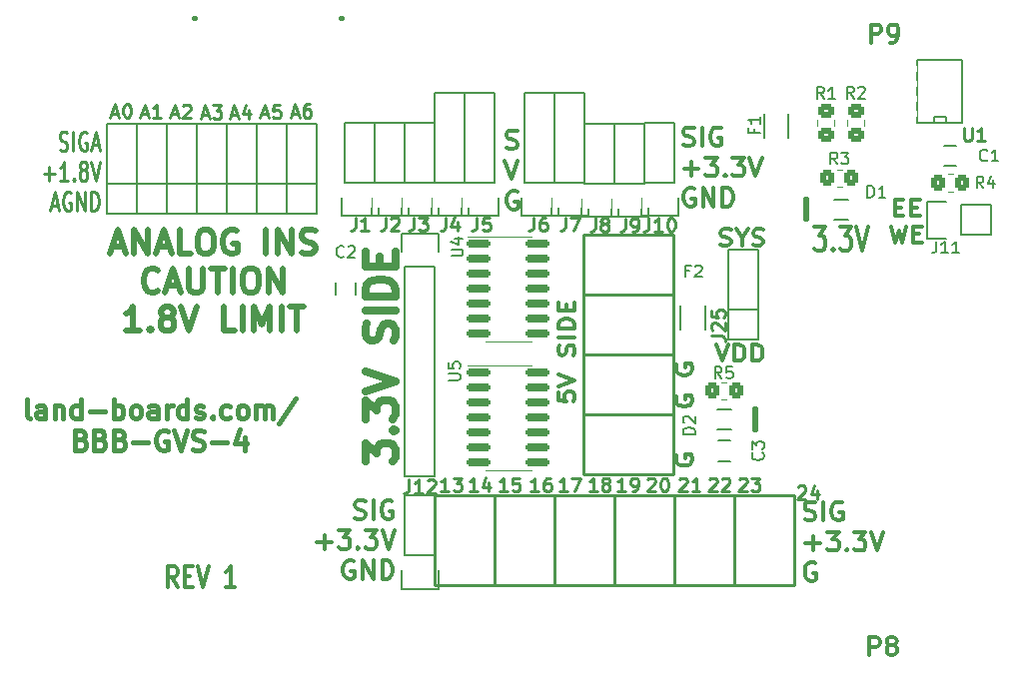
<source format=gto>
%TF.GenerationSoftware,KiCad,Pcbnew,(6.0.1)*%
%TF.CreationDate,2022-05-20T18:41:22-04:00*%
%TF.ProjectId,BBB-GVS-4,4242422d-4756-4532-9d34-2e6b69636164,0.3*%
%TF.SameCoordinates,PX5962530PY32436e8*%
%TF.FileFunction,Legend,Top*%
%TF.FilePolarity,Positive*%
%FSLAX46Y46*%
G04 Gerber Fmt 4.6, Leading zero omitted, Abs format (unit mm)*
G04 Created by KiCad (PCBNEW (6.0.1)) date 2022-05-20 18:41:22*
%MOMM*%
%LPD*%
G01*
G04 APERTURE LIST*
G04 Aperture macros list*
%AMRoundRect*
0 Rectangle with rounded corners*
0 $1 Rounding radius*
0 $2 $3 $4 $5 $6 $7 $8 $9 X,Y pos of 4 corners*
0 Add a 4 corners polygon primitive as box body*
4,1,4,$2,$3,$4,$5,$6,$7,$8,$9,$2,$3,0*
0 Add four circle primitives for the rounded corners*
1,1,$1+$1,$2,$3*
1,1,$1+$1,$4,$5*
1,1,$1+$1,$6,$7*
1,1,$1+$1,$8,$9*
0 Add four rect primitives between the rounded corners*
20,1,$1+$1,$2,$3,$4,$5,0*
20,1,$1+$1,$4,$5,$6,$7,0*
20,1,$1+$1,$6,$7,$8,$9,0*
20,1,$1+$1,$8,$9,$2,$3,0*%
G04 Aperture macros list end*
%ADD10C,0.381000*%
%ADD11C,0.285750*%
%ADD12C,0.304800*%
%ADD13C,0.635000*%
%ADD14C,0.508000*%
%ADD15C,0.412750*%
%ADD16C,0.222250*%
%ADD17C,0.150000*%
%ADD18C,0.152400*%
%ADD19C,0.127000*%
%ADD20C,0.120000*%
%ADD21C,0.254000*%
%ADD22R,1.524000X1.524000*%
%ADD23C,1.524000*%
%ADD24R,2.032000X1.727200*%
%ADD25O,2.032000X1.727200*%
%ADD26R,1.651000X1.651000*%
%ADD27C,1.300480*%
%ADD28C,4.572000*%
%ADD29R,2.032000X2.032000*%
%ADD30O,2.032000X2.032000*%
%ADD31R,1.905000X1.422400*%
%ADD32O,1.905000X1.422400*%
%ADD33R,1.422400X1.905000*%
%ADD34O,1.422400X1.905000*%
%ADD35R,1.651000X1.905000*%
%ADD36O,1.651000X1.905000*%
%ADD37C,3.000000*%
%ADD38R,1.651000X0.599440*%
%ADD39RoundRect,0.250000X-0.350000X-0.450000X0.350000X-0.450000X0.350000X0.450000X-0.350000X0.450000X0*%
%ADD40RoundRect,0.250000X0.350000X0.450000X-0.350000X0.450000X-0.350000X-0.450000X0.350000X-0.450000X0*%
%ADD41RoundRect,0.250000X0.450000X-0.350000X0.450000X0.350000X-0.450000X0.350000X-0.450000X-0.350000X0*%
%ADD42R,1.500000X1.250000*%
%ADD43R,1.250000X1.500000*%
%ADD44R,1.500000X1.300000*%
%ADD45R,1.600000X2.000000*%
%ADD46RoundRect,0.150000X-0.825000X-0.150000X0.825000X-0.150000X0.825000X0.150000X-0.825000X0.150000X0*%
G04 APERTURE END LIST*
D10*
X64516000Y-34925000D02*
X64643000Y-34925000D01*
X64643000Y-34925000D02*
X64643000Y-33147000D01*
X64516000Y-33147000D02*
X64516000Y-34925000D01*
X29464000Y0D02*
X29591000Y0D01*
X68961000Y-17018000D02*
X68834000Y-17018000D01*
X68961000Y-15367000D02*
X68961000Y-17018000D01*
X68834000Y-17018000D02*
X68834000Y-15367000D01*
X17018000Y0D02*
X17145000Y0D01*
D11*
X58184142Y-39106928D02*
X58238571Y-39052500D01*
X58347428Y-38998071D01*
X58619571Y-38998071D01*
X58728428Y-39052500D01*
X58782857Y-39106928D01*
X58837285Y-39215785D01*
X58837285Y-39324642D01*
X58782857Y-39487928D01*
X58129714Y-40141071D01*
X58837285Y-40141071D01*
X59925857Y-40141071D02*
X59272714Y-40141071D01*
X59599285Y-40141071D02*
X59599285Y-38998071D01*
X59490428Y-39161357D01*
X59381571Y-39270214D01*
X59272714Y-39324642D01*
D12*
X74440142Y-2086428D02*
X74440142Y-562428D01*
X75020714Y-562428D01*
X75165857Y-635000D01*
X75238428Y-707571D01*
X75311000Y-852714D01*
X75311000Y-1070428D01*
X75238428Y-1215571D01*
X75165857Y-1288142D01*
X75020714Y-1360714D01*
X74440142Y-1360714D01*
X76036714Y-2086428D02*
X76327000Y-2086428D01*
X76472142Y-2013857D01*
X76544714Y-1941285D01*
X76689857Y-1723571D01*
X76762428Y-1433285D01*
X76762428Y-852714D01*
X76689857Y-707571D01*
X76617285Y-635000D01*
X76472142Y-562428D01*
X76181857Y-562428D01*
X76036714Y-635000D01*
X75964142Y-707571D01*
X75891571Y-852714D01*
X75891571Y-1215571D01*
X75964142Y-1360714D01*
X76036714Y-1433285D01*
X76181857Y-1505857D01*
X76472142Y-1505857D01*
X76617285Y-1433285D01*
X76689857Y-1360714D01*
X76762428Y-1215571D01*
D11*
X53630285Y-40141071D02*
X52977142Y-40141071D01*
X53303714Y-40141071D02*
X53303714Y-38998071D01*
X53194857Y-39161357D01*
X53086000Y-39270214D01*
X52977142Y-39324642D01*
X54174571Y-40141071D02*
X54392285Y-40141071D01*
X54501142Y-40086642D01*
X54555571Y-40032214D01*
X54664428Y-39868928D01*
X54718857Y-39651214D01*
X54718857Y-39215785D01*
X54664428Y-39106928D01*
X54610000Y-39052500D01*
X54501142Y-38998071D01*
X54283428Y-38998071D01*
X54174571Y-39052500D01*
X54120142Y-39106928D01*
X54065714Y-39215785D01*
X54065714Y-39487928D01*
X54120142Y-39596785D01*
X54174571Y-39651214D01*
X54283428Y-39705642D01*
X54501142Y-39705642D01*
X54610000Y-39651214D01*
X54664428Y-39596785D01*
X54718857Y-39487928D01*
D12*
X43553500Y-11040684D02*
X43780286Y-11116279D01*
X44158262Y-11116279D01*
X44309453Y-11040684D01*
X44385048Y-10965089D01*
X44460643Y-10813898D01*
X44460643Y-10662708D01*
X44385048Y-10511517D01*
X44309453Y-10435922D01*
X44158262Y-10360327D01*
X43855881Y-10284732D01*
X43704691Y-10209136D01*
X43629096Y-10133541D01*
X43553500Y-9982351D01*
X43553500Y-9831160D01*
X43629096Y-9679970D01*
X43704691Y-9604375D01*
X43855881Y-9528779D01*
X44233858Y-9528779D01*
X44460643Y-9604375D01*
X43402310Y-12084654D02*
X43931477Y-13672154D01*
X44460643Y-12084654D01*
X44460643Y-14716125D02*
X44309453Y-14640529D01*
X44082667Y-14640529D01*
X43855881Y-14716125D01*
X43704691Y-14867315D01*
X43629096Y-15018505D01*
X43553500Y-15320886D01*
X43553500Y-15547672D01*
X43629096Y-15850053D01*
X43704691Y-16001244D01*
X43855881Y-16152434D01*
X44082667Y-16228029D01*
X44233858Y-16228029D01*
X44460643Y-16152434D01*
X44536239Y-16076839D01*
X44536239Y-15547672D01*
X44233858Y-15547672D01*
X76454000Y-16073029D02*
X76962000Y-16073029D01*
X77179714Y-16804791D02*
X76454000Y-16804791D01*
X76454000Y-15407791D01*
X77179714Y-15407791D01*
X77832857Y-16073029D02*
X78340857Y-16073029D01*
X78558571Y-16804791D02*
X77832857Y-16804791D01*
X77832857Y-15407791D01*
X78558571Y-15407791D01*
X76127428Y-17656961D02*
X76490285Y-19053961D01*
X76780571Y-18056104D01*
X77070857Y-19053961D01*
X77433714Y-17656961D01*
X78014285Y-18322199D02*
X78522285Y-18322199D01*
X78740000Y-19053961D02*
X78014285Y-19053961D01*
X78014285Y-17656961D01*
X78740000Y-17656961D01*
D11*
X46264285Y-40141071D02*
X45611142Y-40141071D01*
X45937714Y-40141071D02*
X45937714Y-38998071D01*
X45828857Y-39161357D01*
X45720000Y-39270214D01*
X45611142Y-39324642D01*
X47244000Y-38998071D02*
X47026285Y-38998071D01*
X46917428Y-39052500D01*
X46863000Y-39106928D01*
X46754142Y-39270214D01*
X46699714Y-39487928D01*
X46699714Y-39923357D01*
X46754142Y-40032214D01*
X46808571Y-40086642D01*
X46917428Y-40141071D01*
X47135142Y-40141071D01*
X47244000Y-40086642D01*
X47298428Y-40032214D01*
X47352857Y-39923357D01*
X47352857Y-39651214D01*
X47298428Y-39542357D01*
X47244000Y-39487928D01*
X47135142Y-39433500D01*
X46917428Y-39433500D01*
X46808571Y-39487928D01*
X46754142Y-39542357D01*
X46699714Y-39651214D01*
X51217285Y-40141071D02*
X50564142Y-40141071D01*
X50890714Y-40141071D02*
X50890714Y-38998071D01*
X50781857Y-39161357D01*
X50673000Y-39270214D01*
X50564142Y-39324642D01*
X51870428Y-39487928D02*
X51761571Y-39433500D01*
X51707142Y-39379071D01*
X51652714Y-39270214D01*
X51652714Y-39215785D01*
X51707142Y-39106928D01*
X51761571Y-39052500D01*
X51870428Y-38998071D01*
X52088142Y-38998071D01*
X52197000Y-39052500D01*
X52251428Y-39106928D01*
X52305857Y-39215785D01*
X52305857Y-39270214D01*
X52251428Y-39379071D01*
X52197000Y-39433500D01*
X52088142Y-39487928D01*
X51870428Y-39487928D01*
X51761571Y-39542357D01*
X51707142Y-39596785D01*
X51652714Y-39705642D01*
X51652714Y-39923357D01*
X51707142Y-40032214D01*
X51761571Y-40086642D01*
X51870428Y-40141071D01*
X52088142Y-40141071D01*
X52197000Y-40086642D01*
X52251428Y-40032214D01*
X52305857Y-39923357D01*
X52305857Y-39705642D01*
X52251428Y-39596785D01*
X52197000Y-39542357D01*
X52088142Y-39487928D01*
X38644285Y-40141071D02*
X37991142Y-40141071D01*
X38317714Y-40141071D02*
X38317714Y-38998071D01*
X38208857Y-39161357D01*
X38100000Y-39270214D01*
X37991142Y-39324642D01*
X39025285Y-38998071D02*
X39732857Y-38998071D01*
X39351857Y-39433500D01*
X39515142Y-39433500D01*
X39624000Y-39487928D01*
X39678428Y-39542357D01*
X39732857Y-39651214D01*
X39732857Y-39923357D01*
X39678428Y-40032214D01*
X39624000Y-40086642D01*
X39515142Y-40141071D01*
X39188571Y-40141071D01*
X39079714Y-40086642D01*
X39025285Y-40032214D01*
D13*
X31578247Y-37627076D02*
X31578247Y-36054695D01*
X32545866Y-36901361D01*
X32545866Y-36538504D01*
X32666819Y-36296600D01*
X32787771Y-36175647D01*
X33029676Y-36054695D01*
X33634438Y-36054695D01*
X33876342Y-36175647D01*
X33997295Y-36296600D01*
X34118247Y-36538504D01*
X34118247Y-37264219D01*
X33997295Y-37506123D01*
X33876342Y-37627076D01*
X33876342Y-34966123D02*
X33997295Y-34845171D01*
X34118247Y-34966123D01*
X33997295Y-35087076D01*
X33876342Y-34966123D01*
X34118247Y-34966123D01*
X31578247Y-33998504D02*
X31578247Y-32426123D01*
X32545866Y-33272790D01*
X32545866Y-32909933D01*
X32666819Y-32668028D01*
X32787771Y-32547076D01*
X33029676Y-32426123D01*
X33634438Y-32426123D01*
X33876342Y-32547076D01*
X33997295Y-32668028D01*
X34118247Y-32909933D01*
X34118247Y-33635647D01*
X33997295Y-33877552D01*
X33876342Y-33998504D01*
X31578247Y-31700409D02*
X34118247Y-30853742D01*
X31578247Y-30007076D01*
X33997295Y-27346123D02*
X34118247Y-26983266D01*
X34118247Y-26378504D01*
X33997295Y-26136600D01*
X33876342Y-26015647D01*
X33634438Y-25894695D01*
X33392533Y-25894695D01*
X33150628Y-26015647D01*
X33029676Y-26136600D01*
X32908723Y-26378504D01*
X32787771Y-26862314D01*
X32666819Y-27104219D01*
X32545866Y-27225171D01*
X32303961Y-27346123D01*
X32062057Y-27346123D01*
X31820152Y-27225171D01*
X31699200Y-27104219D01*
X31578247Y-26862314D01*
X31578247Y-26257552D01*
X31699200Y-25894695D01*
X34118247Y-24806123D02*
X31578247Y-24806123D01*
X34118247Y-23596600D02*
X31578247Y-23596600D01*
X31578247Y-22991838D01*
X31699200Y-22628980D01*
X31941104Y-22387076D01*
X32183009Y-22266123D01*
X32666819Y-22145171D01*
X33029676Y-22145171D01*
X33513485Y-22266123D01*
X33755390Y-22387076D01*
X33997295Y-22628980D01*
X34118247Y-22991838D01*
X34118247Y-23596600D01*
X32787771Y-21056600D02*
X32787771Y-20209933D01*
X34118247Y-19847076D02*
X34118247Y-21056600D01*
X31578247Y-21056600D01*
X31578247Y-19847076D01*
D11*
X68242542Y-39767328D02*
X68296971Y-39712900D01*
X68405828Y-39658471D01*
X68677971Y-39658471D01*
X68786828Y-39712900D01*
X68841257Y-39767328D01*
X68895685Y-39876185D01*
X68895685Y-39985042D01*
X68841257Y-40148328D01*
X68188114Y-40801471D01*
X68895685Y-40801471D01*
X69875400Y-40039471D02*
X69875400Y-40801471D01*
X69603257Y-39604042D02*
X69331114Y-40420471D01*
X70038685Y-40420471D01*
D12*
X30665903Y-42409684D02*
X30892689Y-42485279D01*
X31270665Y-42485279D01*
X31421856Y-42409684D01*
X31497451Y-42334089D01*
X31573046Y-42182898D01*
X31573046Y-42031708D01*
X31497451Y-41880517D01*
X31421856Y-41804922D01*
X31270665Y-41729327D01*
X30968284Y-41653732D01*
X30817094Y-41578136D01*
X30741499Y-41502541D01*
X30665903Y-41351351D01*
X30665903Y-41200160D01*
X30741499Y-41048970D01*
X30817094Y-40973375D01*
X30968284Y-40897779D01*
X31346260Y-40897779D01*
X31573046Y-40973375D01*
X32253403Y-42485279D02*
X32253403Y-40897779D01*
X33840903Y-40973375D02*
X33689713Y-40897779D01*
X33462927Y-40897779D01*
X33236141Y-40973375D01*
X33084951Y-41124565D01*
X33009356Y-41275755D01*
X32933760Y-41578136D01*
X32933760Y-41804922D01*
X33009356Y-42107303D01*
X33084951Y-42258494D01*
X33236141Y-42409684D01*
X33462927Y-42485279D01*
X33614118Y-42485279D01*
X33840903Y-42409684D01*
X33916499Y-42334089D01*
X33916499Y-41804922D01*
X33614118Y-41804922D01*
X27490903Y-44436392D02*
X28700427Y-44436392D01*
X28095665Y-45041154D02*
X28095665Y-43831630D01*
X29305189Y-43453654D02*
X30287927Y-43453654D01*
X29758760Y-44058416D01*
X29985546Y-44058416D01*
X30136737Y-44134011D01*
X30212332Y-44209607D01*
X30287927Y-44360797D01*
X30287927Y-44738773D01*
X30212332Y-44889964D01*
X30136737Y-44965559D01*
X29985546Y-45041154D01*
X29531975Y-45041154D01*
X29380784Y-44965559D01*
X29305189Y-44889964D01*
X30968284Y-44889964D02*
X31043880Y-44965559D01*
X30968284Y-45041154D01*
X30892689Y-44965559D01*
X30968284Y-44889964D01*
X30968284Y-45041154D01*
X31573046Y-43453654D02*
X32555784Y-43453654D01*
X32026618Y-44058416D01*
X32253403Y-44058416D01*
X32404594Y-44134011D01*
X32480189Y-44209607D01*
X32555784Y-44360797D01*
X32555784Y-44738773D01*
X32480189Y-44889964D01*
X32404594Y-44965559D01*
X32253403Y-45041154D01*
X31799832Y-45041154D01*
X31648641Y-44965559D01*
X31573046Y-44889964D01*
X33009356Y-43453654D02*
X33538522Y-45041154D01*
X34067689Y-43453654D01*
X30590308Y-46085125D02*
X30439118Y-46009529D01*
X30212332Y-46009529D01*
X29985546Y-46085125D01*
X29834356Y-46236315D01*
X29758760Y-46387505D01*
X29683165Y-46689886D01*
X29683165Y-46916672D01*
X29758760Y-47219053D01*
X29834356Y-47370244D01*
X29985546Y-47521434D01*
X30212332Y-47597029D01*
X30363522Y-47597029D01*
X30590308Y-47521434D01*
X30665903Y-47445839D01*
X30665903Y-46916672D01*
X30363522Y-46916672D01*
X31346260Y-47597029D02*
X31346260Y-46009529D01*
X32253403Y-47597029D01*
X32253403Y-46009529D01*
X33009356Y-47597029D02*
X33009356Y-46009529D01*
X33387332Y-46009529D01*
X33614118Y-46085125D01*
X33765308Y-46236315D01*
X33840903Y-46387505D01*
X33916499Y-46689886D01*
X33916499Y-46916672D01*
X33840903Y-47219053D01*
X33765308Y-47370244D01*
X33614118Y-47521434D01*
X33387332Y-47597029D01*
X33009356Y-47597029D01*
X61341000Y-27682976D02*
X61849000Y-29079976D01*
X62357000Y-27682976D01*
X62865000Y-29079976D02*
X62865000Y-27682976D01*
X63227857Y-27682976D01*
X63445571Y-27749500D01*
X63590714Y-27882547D01*
X63663285Y-28015595D01*
X63735857Y-28281690D01*
X63735857Y-28481261D01*
X63663285Y-28747357D01*
X63590714Y-28880404D01*
X63445571Y-29013452D01*
X63227857Y-29079976D01*
X62865000Y-29079976D01*
X64389000Y-29079976D02*
X64389000Y-27682976D01*
X64751857Y-27682976D01*
X64969571Y-27749500D01*
X65114714Y-27882547D01*
X65187285Y-28015595D01*
X65259857Y-28281690D01*
X65259857Y-28481261D01*
X65187285Y-28747357D01*
X65114714Y-28880404D01*
X64969571Y-29013452D01*
X64751857Y-29079976D01*
X64389000Y-29079976D01*
D11*
X60724142Y-39106928D02*
X60778571Y-39052500D01*
X60887428Y-38998071D01*
X61159571Y-38998071D01*
X61268428Y-39052500D01*
X61322857Y-39106928D01*
X61377285Y-39215785D01*
X61377285Y-39324642D01*
X61322857Y-39487928D01*
X60669714Y-40141071D01*
X61377285Y-40141071D01*
X61812714Y-39106928D02*
X61867142Y-39052500D01*
X61976000Y-38998071D01*
X62248142Y-38998071D01*
X62357000Y-39052500D01*
X62411428Y-39106928D01*
X62465857Y-39215785D01*
X62465857Y-39324642D01*
X62411428Y-39487928D01*
X61758285Y-40141071D01*
X62465857Y-40141071D01*
D14*
X10107990Y-19419146D02*
X11075609Y-19419146D01*
X9914466Y-19999718D02*
X10591800Y-17967718D01*
X11269133Y-19999718D01*
X11946466Y-19999718D02*
X11946466Y-17967718D01*
X13107609Y-19999718D01*
X13107609Y-17967718D01*
X13978466Y-19419146D02*
X14946085Y-19419146D01*
X13784942Y-19999718D02*
X14462276Y-17967718D01*
X15139609Y-19999718D01*
X16784561Y-19999718D02*
X15816942Y-19999718D01*
X15816942Y-17967718D01*
X17848942Y-17967718D02*
X18235990Y-17967718D01*
X18429514Y-18064480D01*
X18623038Y-18258003D01*
X18719800Y-18645051D01*
X18719800Y-19322384D01*
X18623038Y-19709432D01*
X18429514Y-19902956D01*
X18235990Y-19999718D01*
X17848942Y-19999718D01*
X17655419Y-19902956D01*
X17461895Y-19709432D01*
X17365133Y-19322384D01*
X17365133Y-18645051D01*
X17461895Y-18258003D01*
X17655419Y-18064480D01*
X17848942Y-17967718D01*
X20655038Y-18064480D02*
X20461514Y-17967718D01*
X20171228Y-17967718D01*
X19880942Y-18064480D01*
X19687419Y-18258003D01*
X19590657Y-18451527D01*
X19493895Y-18838575D01*
X19493895Y-19128860D01*
X19590657Y-19515908D01*
X19687419Y-19709432D01*
X19880942Y-19902956D01*
X20171228Y-19999718D01*
X20364752Y-19999718D01*
X20655038Y-19902956D01*
X20751800Y-19806194D01*
X20751800Y-19128860D01*
X20364752Y-19128860D01*
X23170847Y-19999718D02*
X23170847Y-17967718D01*
X24138466Y-19999718D02*
X24138466Y-17967718D01*
X25299609Y-19999718D01*
X25299609Y-17967718D01*
X26170466Y-19902956D02*
X26460752Y-19999718D01*
X26944561Y-19999718D01*
X27138085Y-19902956D01*
X27234847Y-19806194D01*
X27331609Y-19612670D01*
X27331609Y-19419146D01*
X27234847Y-19225622D01*
X27138085Y-19128860D01*
X26944561Y-19032099D01*
X26557514Y-18935337D01*
X26363990Y-18838575D01*
X26267228Y-18741813D01*
X26170466Y-18548289D01*
X26170466Y-18354765D01*
X26267228Y-18161241D01*
X26363990Y-18064480D01*
X26557514Y-17967718D01*
X27041323Y-17967718D01*
X27331609Y-18064480D01*
X14026847Y-23077714D02*
X13930085Y-23174476D01*
X13639800Y-23271238D01*
X13446276Y-23271238D01*
X13155990Y-23174476D01*
X12962466Y-22980952D01*
X12865704Y-22787428D01*
X12768942Y-22400380D01*
X12768942Y-22110095D01*
X12865704Y-21723047D01*
X12962466Y-21529523D01*
X13155990Y-21336000D01*
X13446276Y-21239238D01*
X13639800Y-21239238D01*
X13930085Y-21336000D01*
X14026847Y-21432761D01*
X14800942Y-22690666D02*
X15768561Y-22690666D01*
X14607419Y-23271238D02*
X15284752Y-21239238D01*
X15962085Y-23271238D01*
X16639419Y-21239238D02*
X16639419Y-22884190D01*
X16736180Y-23077714D01*
X16832942Y-23174476D01*
X17026466Y-23271238D01*
X17413514Y-23271238D01*
X17607038Y-23174476D01*
X17703800Y-23077714D01*
X17800561Y-22884190D01*
X17800561Y-21239238D01*
X18477895Y-21239238D02*
X19639038Y-21239238D01*
X19058466Y-23271238D02*
X19058466Y-21239238D01*
X20316371Y-23271238D02*
X20316371Y-21239238D01*
X21671038Y-21239238D02*
X22058085Y-21239238D01*
X22251609Y-21336000D01*
X22445133Y-21529523D01*
X22541895Y-21916571D01*
X22541895Y-22593904D01*
X22445133Y-22980952D01*
X22251609Y-23174476D01*
X22058085Y-23271238D01*
X21671038Y-23271238D01*
X21477514Y-23174476D01*
X21283990Y-22980952D01*
X21187228Y-22593904D01*
X21187228Y-21916571D01*
X21283990Y-21529523D01*
X21477514Y-21336000D01*
X21671038Y-21239238D01*
X23412752Y-23271238D02*
X23412752Y-21239238D01*
X24573895Y-23271238D01*
X24573895Y-21239238D01*
X12478657Y-26542758D02*
X11317514Y-26542758D01*
X11898085Y-26542758D02*
X11898085Y-24510758D01*
X11704561Y-24801043D01*
X11511038Y-24994567D01*
X11317514Y-25091329D01*
X13349514Y-26349234D02*
X13446276Y-26445996D01*
X13349514Y-26542758D01*
X13252752Y-26445996D01*
X13349514Y-26349234D01*
X13349514Y-26542758D01*
X14607419Y-25381615D02*
X14413895Y-25284853D01*
X14317133Y-25188091D01*
X14220371Y-24994567D01*
X14220371Y-24897805D01*
X14317133Y-24704281D01*
X14413895Y-24607520D01*
X14607419Y-24510758D01*
X14994466Y-24510758D01*
X15187990Y-24607520D01*
X15284752Y-24704281D01*
X15381514Y-24897805D01*
X15381514Y-24994567D01*
X15284752Y-25188091D01*
X15187990Y-25284853D01*
X14994466Y-25381615D01*
X14607419Y-25381615D01*
X14413895Y-25478377D01*
X14317133Y-25575139D01*
X14220371Y-25768662D01*
X14220371Y-26155710D01*
X14317133Y-26349234D01*
X14413895Y-26445996D01*
X14607419Y-26542758D01*
X14994466Y-26542758D01*
X15187990Y-26445996D01*
X15284752Y-26349234D01*
X15381514Y-26155710D01*
X15381514Y-25768662D01*
X15284752Y-25575139D01*
X15187990Y-25478377D01*
X14994466Y-25381615D01*
X15962085Y-24510758D02*
X16639419Y-26542758D01*
X17316752Y-24510758D01*
X20509895Y-26542758D02*
X19542276Y-26542758D01*
X19542276Y-24510758D01*
X21187228Y-26542758D02*
X21187228Y-24510758D01*
X22154847Y-26542758D02*
X22154847Y-24510758D01*
X22832180Y-25962186D01*
X23509514Y-24510758D01*
X23509514Y-26542758D01*
X24477133Y-26542758D02*
X24477133Y-24510758D01*
X25154466Y-24510758D02*
X26315609Y-24510758D01*
X25735038Y-26542758D02*
X25735038Y-24510758D01*
D12*
X69632285Y-17683238D02*
X70575714Y-17683238D01*
X70067714Y-18457333D01*
X70285428Y-18457333D01*
X70430571Y-18554095D01*
X70503142Y-18650857D01*
X70575714Y-18844380D01*
X70575714Y-19328190D01*
X70503142Y-19521714D01*
X70430571Y-19618476D01*
X70285428Y-19715238D01*
X69850000Y-19715238D01*
X69704857Y-19618476D01*
X69632285Y-19521714D01*
X71228857Y-19521714D02*
X71301428Y-19618476D01*
X71228857Y-19715238D01*
X71156285Y-19618476D01*
X71228857Y-19521714D01*
X71228857Y-19715238D01*
X71809428Y-17683238D02*
X72752857Y-17683238D01*
X72244857Y-18457333D01*
X72462571Y-18457333D01*
X72607714Y-18554095D01*
X72680285Y-18650857D01*
X72752857Y-18844380D01*
X72752857Y-19328190D01*
X72680285Y-19521714D01*
X72607714Y-19618476D01*
X72462571Y-19715238D01*
X72027142Y-19715238D01*
X71882000Y-19618476D01*
X71809428Y-19521714D01*
X73188285Y-17683238D02*
X73696285Y-19715238D01*
X74204285Y-17683238D01*
D11*
X43597285Y-40141071D02*
X42944142Y-40141071D01*
X43270714Y-40141071D02*
X43270714Y-38998071D01*
X43161857Y-39161357D01*
X43053000Y-39270214D01*
X42944142Y-39324642D01*
X44631428Y-38998071D02*
X44087142Y-38998071D01*
X44032714Y-39542357D01*
X44087142Y-39487928D01*
X44196000Y-39433500D01*
X44468142Y-39433500D01*
X44577000Y-39487928D01*
X44631428Y-39542357D01*
X44685857Y-39651214D01*
X44685857Y-39923357D01*
X44631428Y-40032214D01*
X44577000Y-40086642D01*
X44468142Y-40141071D01*
X44196000Y-40141071D01*
X44087142Y-40086642D01*
X44032714Y-40032214D01*
D12*
X68826500Y-42536684D02*
X69053286Y-42612279D01*
X69431262Y-42612279D01*
X69582453Y-42536684D01*
X69658048Y-42461089D01*
X69733643Y-42309898D01*
X69733643Y-42158708D01*
X69658048Y-42007517D01*
X69582453Y-41931922D01*
X69431262Y-41856327D01*
X69128881Y-41780732D01*
X68977691Y-41705136D01*
X68902096Y-41629541D01*
X68826500Y-41478351D01*
X68826500Y-41327160D01*
X68902096Y-41175970D01*
X68977691Y-41100375D01*
X69128881Y-41024779D01*
X69506858Y-41024779D01*
X69733643Y-41100375D01*
X70414000Y-42612279D02*
X70414000Y-41024779D01*
X72001500Y-41100375D02*
X71850310Y-41024779D01*
X71623524Y-41024779D01*
X71396739Y-41100375D01*
X71245548Y-41251565D01*
X71169953Y-41402755D01*
X71094358Y-41705136D01*
X71094358Y-41931922D01*
X71169953Y-42234303D01*
X71245548Y-42385494D01*
X71396739Y-42536684D01*
X71623524Y-42612279D01*
X71774715Y-42612279D01*
X72001500Y-42536684D01*
X72077096Y-42461089D01*
X72077096Y-41931922D01*
X71774715Y-41931922D01*
X68902096Y-44563392D02*
X70111620Y-44563392D01*
X69506858Y-45168154D02*
X69506858Y-43958630D01*
X70716381Y-43580654D02*
X71699120Y-43580654D01*
X71169953Y-44185416D01*
X71396739Y-44185416D01*
X71547929Y-44261011D01*
X71623524Y-44336607D01*
X71699120Y-44487797D01*
X71699120Y-44865773D01*
X71623524Y-45016964D01*
X71547929Y-45092559D01*
X71396739Y-45168154D01*
X70943167Y-45168154D01*
X70791977Y-45092559D01*
X70716381Y-45016964D01*
X72379477Y-45016964D02*
X72455072Y-45092559D01*
X72379477Y-45168154D01*
X72303881Y-45092559D01*
X72379477Y-45016964D01*
X72379477Y-45168154D01*
X72984239Y-43580654D02*
X73966977Y-43580654D01*
X73437810Y-44185416D01*
X73664596Y-44185416D01*
X73815786Y-44261011D01*
X73891381Y-44336607D01*
X73966977Y-44487797D01*
X73966977Y-44865773D01*
X73891381Y-45016964D01*
X73815786Y-45092559D01*
X73664596Y-45168154D01*
X73211024Y-45168154D01*
X73059834Y-45092559D01*
X72984239Y-45016964D01*
X74420548Y-43580654D02*
X74949715Y-45168154D01*
X75478881Y-43580654D01*
X69733643Y-46212125D02*
X69582453Y-46136529D01*
X69355667Y-46136529D01*
X69128881Y-46212125D01*
X68977691Y-46363315D01*
X68902096Y-46514505D01*
X68826500Y-46816886D01*
X68826500Y-47043672D01*
X68902096Y-47346053D01*
X68977691Y-47497244D01*
X69128881Y-47648434D01*
X69355667Y-47724029D01*
X69506858Y-47724029D01*
X69733643Y-47648434D01*
X69809239Y-47572839D01*
X69809239Y-47043672D01*
X69506858Y-47043672D01*
X61685714Y-19234452D02*
X61903428Y-19300976D01*
X62266285Y-19300976D01*
X62411428Y-19234452D01*
X62484000Y-19167928D01*
X62556571Y-19034880D01*
X62556571Y-18901833D01*
X62484000Y-18768785D01*
X62411428Y-18702261D01*
X62266285Y-18635738D01*
X61976000Y-18569214D01*
X61830857Y-18502690D01*
X61758285Y-18436166D01*
X61685714Y-18303119D01*
X61685714Y-18170071D01*
X61758285Y-18037023D01*
X61830857Y-17970500D01*
X61976000Y-17903976D01*
X62338857Y-17903976D01*
X62556571Y-17970500D01*
X63500000Y-18635738D02*
X63500000Y-19300976D01*
X62992000Y-17903976D02*
X63500000Y-18635738D01*
X64008000Y-17903976D01*
X64443428Y-19234452D02*
X64661142Y-19300976D01*
X65024000Y-19300976D01*
X65169142Y-19234452D01*
X65241714Y-19167928D01*
X65314285Y-19034880D01*
X65314285Y-18901833D01*
X65241714Y-18768785D01*
X65169142Y-18702261D01*
X65024000Y-18635738D01*
X64733714Y-18569214D01*
X64588571Y-18502690D01*
X64516000Y-18436166D01*
X64443428Y-18303119D01*
X64443428Y-18170071D01*
X64516000Y-18037023D01*
X64588571Y-17970500D01*
X64733714Y-17903976D01*
X65096571Y-17903976D01*
X65314285Y-17970500D01*
X47926776Y-31731857D02*
X47926776Y-32457571D01*
X48592014Y-32530142D01*
X48525490Y-32457571D01*
X48458966Y-32312428D01*
X48458966Y-31949571D01*
X48525490Y-31804428D01*
X48592014Y-31731857D01*
X48725061Y-31659285D01*
X49057680Y-31659285D01*
X49190728Y-31731857D01*
X49257252Y-31804428D01*
X49323776Y-31949571D01*
X49323776Y-32312428D01*
X49257252Y-32457571D01*
X49190728Y-32530142D01*
X47926776Y-31223857D02*
X49323776Y-30715857D01*
X47926776Y-30207857D01*
X49257252Y-28611285D02*
X49323776Y-28393571D01*
X49323776Y-28030714D01*
X49257252Y-27885571D01*
X49190728Y-27813000D01*
X49057680Y-27740428D01*
X48924633Y-27740428D01*
X48791585Y-27813000D01*
X48725061Y-27885571D01*
X48658538Y-28030714D01*
X48592014Y-28321000D01*
X48525490Y-28466142D01*
X48458966Y-28538714D01*
X48325919Y-28611285D01*
X48192871Y-28611285D01*
X48059823Y-28538714D01*
X47993300Y-28466142D01*
X47926776Y-28321000D01*
X47926776Y-27958142D01*
X47993300Y-27740428D01*
X49323776Y-27087285D02*
X47926776Y-27087285D01*
X49323776Y-26361571D02*
X47926776Y-26361571D01*
X47926776Y-25998714D01*
X47993300Y-25781000D01*
X48126347Y-25635857D01*
X48259395Y-25563285D01*
X48525490Y-25490714D01*
X48725061Y-25490714D01*
X48991157Y-25563285D01*
X49124204Y-25635857D01*
X49257252Y-25781000D01*
X49323776Y-25998714D01*
X49323776Y-26361571D01*
X48592014Y-24837571D02*
X48592014Y-24329571D01*
X49323776Y-24111857D02*
X49323776Y-24837571D01*
X47926776Y-24837571D01*
X47926776Y-24111857D01*
X58539500Y-10786684D02*
X58766286Y-10862279D01*
X59144262Y-10862279D01*
X59295453Y-10786684D01*
X59371048Y-10711089D01*
X59446643Y-10559898D01*
X59446643Y-10408708D01*
X59371048Y-10257517D01*
X59295453Y-10181922D01*
X59144262Y-10106327D01*
X58841881Y-10030732D01*
X58690691Y-9955136D01*
X58615096Y-9879541D01*
X58539500Y-9728351D01*
X58539500Y-9577160D01*
X58615096Y-9425970D01*
X58690691Y-9350375D01*
X58841881Y-9274779D01*
X59219858Y-9274779D01*
X59446643Y-9350375D01*
X60127000Y-10862279D02*
X60127000Y-9274779D01*
X61714500Y-9350375D02*
X61563310Y-9274779D01*
X61336524Y-9274779D01*
X61109739Y-9350375D01*
X60958548Y-9501565D01*
X60882953Y-9652755D01*
X60807358Y-9955136D01*
X60807358Y-10181922D01*
X60882953Y-10484303D01*
X60958548Y-10635494D01*
X61109739Y-10786684D01*
X61336524Y-10862279D01*
X61487715Y-10862279D01*
X61714500Y-10786684D01*
X61790096Y-10711089D01*
X61790096Y-10181922D01*
X61487715Y-10181922D01*
X58615096Y-12813392D02*
X59824620Y-12813392D01*
X59219858Y-13418154D02*
X59219858Y-12208630D01*
X60429381Y-11830654D02*
X61412120Y-11830654D01*
X60882953Y-12435416D01*
X61109739Y-12435416D01*
X61260929Y-12511011D01*
X61336524Y-12586607D01*
X61412120Y-12737797D01*
X61412120Y-13115773D01*
X61336524Y-13266964D01*
X61260929Y-13342559D01*
X61109739Y-13418154D01*
X60656167Y-13418154D01*
X60504977Y-13342559D01*
X60429381Y-13266964D01*
X62092477Y-13266964D02*
X62168072Y-13342559D01*
X62092477Y-13418154D01*
X62016881Y-13342559D01*
X62092477Y-13266964D01*
X62092477Y-13418154D01*
X62697239Y-11830654D02*
X63679977Y-11830654D01*
X63150810Y-12435416D01*
X63377596Y-12435416D01*
X63528786Y-12511011D01*
X63604381Y-12586607D01*
X63679977Y-12737797D01*
X63679977Y-13115773D01*
X63604381Y-13266964D01*
X63528786Y-13342559D01*
X63377596Y-13418154D01*
X62924024Y-13418154D01*
X62772834Y-13342559D01*
X62697239Y-13266964D01*
X64133548Y-11830654D02*
X64662715Y-13418154D01*
X65191881Y-11830654D01*
X59446643Y-14462125D02*
X59295453Y-14386529D01*
X59068667Y-14386529D01*
X58841881Y-14462125D01*
X58690691Y-14613315D01*
X58615096Y-14764505D01*
X58539500Y-15066886D01*
X58539500Y-15293672D01*
X58615096Y-15596053D01*
X58690691Y-15747244D01*
X58841881Y-15898434D01*
X59068667Y-15974029D01*
X59219858Y-15974029D01*
X59446643Y-15898434D01*
X59522239Y-15822839D01*
X59522239Y-15293672D01*
X59219858Y-15293672D01*
X60202596Y-15974029D02*
X60202596Y-14386529D01*
X61109739Y-15974029D01*
X61109739Y-14386529D01*
X61865691Y-15974029D02*
X61865691Y-14386529D01*
X62243667Y-14386529D01*
X62470453Y-14462125D01*
X62621643Y-14613315D01*
X62697239Y-14764505D01*
X62772834Y-15066886D01*
X62772834Y-15293672D01*
X62697239Y-15596053D01*
X62621643Y-15747244D01*
X62470453Y-15898434D01*
X62243667Y-15974029D01*
X61865691Y-15974029D01*
D11*
X5674405Y-11167684D02*
X5837691Y-11243279D01*
X6109833Y-11243279D01*
X6218691Y-11167684D01*
X6273119Y-11092089D01*
X6327548Y-10940898D01*
X6327548Y-10789708D01*
X6273119Y-10638517D01*
X6218691Y-10562922D01*
X6109833Y-10487327D01*
X5892119Y-10411732D01*
X5783262Y-10336136D01*
X5728833Y-10260541D01*
X5674405Y-10109351D01*
X5674405Y-9958160D01*
X5728833Y-9806970D01*
X5783262Y-9731375D01*
X5892119Y-9655779D01*
X6164262Y-9655779D01*
X6327548Y-9731375D01*
X6817405Y-11243279D02*
X6817405Y-9655779D01*
X7960405Y-9731375D02*
X7851548Y-9655779D01*
X7688262Y-9655779D01*
X7524976Y-9731375D01*
X7416119Y-9882565D01*
X7361691Y-10033755D01*
X7307262Y-10336136D01*
X7307262Y-10562922D01*
X7361691Y-10865303D01*
X7416119Y-11016494D01*
X7524976Y-11167684D01*
X7688262Y-11243279D01*
X7797119Y-11243279D01*
X7960405Y-11167684D01*
X8014833Y-11092089D01*
X8014833Y-10562922D01*
X7797119Y-10562922D01*
X8450262Y-10789708D02*
X8994548Y-10789708D01*
X8341405Y-11243279D02*
X8722405Y-9655779D01*
X9103405Y-11243279D01*
X4368119Y-13194392D02*
X5238976Y-13194392D01*
X4803548Y-13799154D02*
X4803548Y-12589630D01*
X6381976Y-13799154D02*
X5728833Y-13799154D01*
X6055405Y-13799154D02*
X6055405Y-12211654D01*
X5946548Y-12438440D01*
X5837691Y-12589630D01*
X5728833Y-12665226D01*
X6871833Y-13647964D02*
X6926262Y-13723559D01*
X6871833Y-13799154D01*
X6817405Y-13723559D01*
X6871833Y-13647964D01*
X6871833Y-13799154D01*
X7579405Y-12892011D02*
X7470548Y-12816416D01*
X7416119Y-12740821D01*
X7361691Y-12589630D01*
X7361691Y-12514035D01*
X7416119Y-12362845D01*
X7470548Y-12287250D01*
X7579405Y-12211654D01*
X7797119Y-12211654D01*
X7905976Y-12287250D01*
X7960405Y-12362845D01*
X8014833Y-12514035D01*
X8014833Y-12589630D01*
X7960405Y-12740821D01*
X7905976Y-12816416D01*
X7797119Y-12892011D01*
X7579405Y-12892011D01*
X7470548Y-12967607D01*
X7416119Y-13043202D01*
X7361691Y-13194392D01*
X7361691Y-13496773D01*
X7416119Y-13647964D01*
X7470548Y-13723559D01*
X7579405Y-13799154D01*
X7797119Y-13799154D01*
X7905976Y-13723559D01*
X7960405Y-13647964D01*
X8014833Y-13496773D01*
X8014833Y-13194392D01*
X7960405Y-13043202D01*
X7905976Y-12967607D01*
X7797119Y-12892011D01*
X8341405Y-12211654D02*
X8722405Y-13799154D01*
X9103405Y-12211654D01*
X4966833Y-15901458D02*
X5511119Y-15901458D01*
X4857976Y-16355029D02*
X5238976Y-14767529D01*
X5619976Y-16355029D01*
X6599691Y-14843125D02*
X6490833Y-14767529D01*
X6327548Y-14767529D01*
X6164262Y-14843125D01*
X6055405Y-14994315D01*
X6000976Y-15145505D01*
X5946548Y-15447886D01*
X5946548Y-15674672D01*
X6000976Y-15977053D01*
X6055405Y-16128244D01*
X6164262Y-16279434D01*
X6327548Y-16355029D01*
X6436405Y-16355029D01*
X6599691Y-16279434D01*
X6654119Y-16203839D01*
X6654119Y-15674672D01*
X6436405Y-15674672D01*
X7143976Y-16355029D02*
X7143976Y-14767529D01*
X7797119Y-16355029D01*
X7797119Y-14767529D01*
X8341405Y-16355029D02*
X8341405Y-14767529D01*
X8613548Y-14767529D01*
X8776833Y-14843125D01*
X8885691Y-14994315D01*
X8940119Y-15145505D01*
X8994548Y-15447886D01*
X8994548Y-15674672D01*
X8940119Y-15977053D01*
X8885691Y-16128244D01*
X8776833Y-16279434D01*
X8613548Y-16355029D01*
X8341405Y-16355029D01*
X63264142Y-39106928D02*
X63318571Y-39052500D01*
X63427428Y-38998071D01*
X63699571Y-38998071D01*
X63808428Y-39052500D01*
X63862857Y-39106928D01*
X63917285Y-39215785D01*
X63917285Y-39324642D01*
X63862857Y-39487928D01*
X63209714Y-40141071D01*
X63917285Y-40141071D01*
X64298285Y-38998071D02*
X65005857Y-38998071D01*
X64624857Y-39433500D01*
X64788142Y-39433500D01*
X64897000Y-39487928D01*
X64951428Y-39542357D01*
X65005857Y-39651214D01*
X65005857Y-39923357D01*
X64951428Y-40032214D01*
X64897000Y-40086642D01*
X64788142Y-40141071D01*
X64461571Y-40141071D01*
X64352714Y-40086642D01*
X64298285Y-40032214D01*
D12*
X15682685Y-48251533D02*
X15217019Y-47404866D01*
X14884400Y-48251533D02*
X14884400Y-46473533D01*
X15416590Y-46473533D01*
X15549638Y-46558200D01*
X15616161Y-46642866D01*
X15682685Y-46812200D01*
X15682685Y-47066200D01*
X15616161Y-47235533D01*
X15549638Y-47320200D01*
X15416590Y-47404866D01*
X14884400Y-47404866D01*
X16281400Y-47320200D02*
X16747066Y-47320200D01*
X16946638Y-48251533D02*
X16281400Y-48251533D01*
X16281400Y-46473533D01*
X16946638Y-46473533D01*
X17345780Y-46473533D02*
X17811447Y-48251533D01*
X18277114Y-46473533D01*
X20538923Y-48251533D02*
X19740638Y-48251533D01*
X20139780Y-48251533D02*
X20139780Y-46473533D01*
X20006733Y-46727533D01*
X19873685Y-46896866D01*
X19740638Y-46981533D01*
D11*
X41057285Y-40141071D02*
X40404142Y-40141071D01*
X40730714Y-40141071D02*
X40730714Y-38998071D01*
X40621857Y-39161357D01*
X40513000Y-39270214D01*
X40404142Y-39324642D01*
X42037000Y-39379071D02*
X42037000Y-40141071D01*
X41764857Y-38943642D02*
X41492714Y-39760071D01*
X42200285Y-39760071D01*
X55517142Y-39106928D02*
X55571571Y-39052500D01*
X55680428Y-38998071D01*
X55952571Y-38998071D01*
X56061428Y-39052500D01*
X56115857Y-39106928D01*
X56170285Y-39215785D01*
X56170285Y-39324642D01*
X56115857Y-39487928D01*
X55462714Y-40141071D01*
X56170285Y-40141071D01*
X56877857Y-38998071D02*
X56986714Y-38998071D01*
X57095571Y-39052500D01*
X57150000Y-39106928D01*
X57204428Y-39215785D01*
X57258857Y-39433500D01*
X57258857Y-39705642D01*
X57204428Y-39923357D01*
X57150000Y-40032214D01*
X57095571Y-40086642D01*
X56986714Y-40141071D01*
X56877857Y-40141071D01*
X56769000Y-40086642D01*
X56714571Y-40032214D01*
X56660142Y-39923357D01*
X56605714Y-39705642D01*
X56605714Y-39433500D01*
X56660142Y-39215785D01*
X56714571Y-39106928D01*
X56769000Y-39052500D01*
X56877857Y-38998071D01*
D12*
X74313142Y-54029428D02*
X74313142Y-52505428D01*
X74893714Y-52505428D01*
X75038857Y-52578000D01*
X75111428Y-52650571D01*
X75184000Y-52795714D01*
X75184000Y-53013428D01*
X75111428Y-53158571D01*
X75038857Y-53231142D01*
X74893714Y-53303714D01*
X74313142Y-53303714D01*
X76054857Y-53158571D02*
X75909714Y-53086000D01*
X75837142Y-53013428D01*
X75764571Y-52868285D01*
X75764571Y-52795714D01*
X75837142Y-52650571D01*
X75909714Y-52578000D01*
X76054857Y-52505428D01*
X76345142Y-52505428D01*
X76490285Y-52578000D01*
X76562857Y-52650571D01*
X76635428Y-52795714D01*
X76635428Y-52868285D01*
X76562857Y-53013428D01*
X76490285Y-53086000D01*
X76345142Y-53158571D01*
X76054857Y-53158571D01*
X75909714Y-53231142D01*
X75837142Y-53303714D01*
X75764571Y-53448857D01*
X75764571Y-53739142D01*
X75837142Y-53884285D01*
X75909714Y-53956857D01*
X76054857Y-54029428D01*
X76345142Y-54029428D01*
X76490285Y-53956857D01*
X76562857Y-53884285D01*
X76635428Y-53739142D01*
X76635428Y-53448857D01*
X76562857Y-53303714D01*
X76490285Y-53231142D01*
X76345142Y-53158571D01*
D11*
X48677285Y-40141071D02*
X48024142Y-40141071D01*
X48350714Y-40141071D02*
X48350714Y-38998071D01*
X48241857Y-39161357D01*
X48133000Y-39270214D01*
X48024142Y-39324642D01*
X49058285Y-38998071D02*
X49820285Y-38998071D01*
X49330428Y-40141071D01*
D15*
X3127223Y-33961825D02*
X2969985Y-33883206D01*
X2891366Y-33725968D01*
X2891366Y-32310825D01*
X4463747Y-33961825D02*
X4463747Y-33097016D01*
X4385128Y-32939778D01*
X4227890Y-32861159D01*
X3913414Y-32861159D01*
X3756176Y-32939778D01*
X4463747Y-33883206D02*
X4306509Y-33961825D01*
X3913414Y-33961825D01*
X3756176Y-33883206D01*
X3677557Y-33725968D01*
X3677557Y-33568730D01*
X3756176Y-33411492D01*
X3913414Y-33332873D01*
X4306509Y-33332873D01*
X4463747Y-33254254D01*
X5249938Y-32861159D02*
X5249938Y-33961825D01*
X5249938Y-33018397D02*
X5328557Y-32939778D01*
X5485795Y-32861159D01*
X5721652Y-32861159D01*
X5878890Y-32939778D01*
X5957509Y-33097016D01*
X5957509Y-33961825D01*
X7451271Y-33961825D02*
X7451271Y-32310825D01*
X7451271Y-33883206D02*
X7294033Y-33961825D01*
X6979557Y-33961825D01*
X6822319Y-33883206D01*
X6743700Y-33804587D01*
X6665080Y-33647349D01*
X6665080Y-33175635D01*
X6743700Y-33018397D01*
X6822319Y-32939778D01*
X6979557Y-32861159D01*
X7294033Y-32861159D01*
X7451271Y-32939778D01*
X8237461Y-33332873D02*
X9495366Y-33332873D01*
X10281557Y-33961825D02*
X10281557Y-32310825D01*
X10281557Y-32939778D02*
X10438795Y-32861159D01*
X10753271Y-32861159D01*
X10910509Y-32939778D01*
X10989128Y-33018397D01*
X11067747Y-33175635D01*
X11067747Y-33647349D01*
X10989128Y-33804587D01*
X10910509Y-33883206D01*
X10753271Y-33961825D01*
X10438795Y-33961825D01*
X10281557Y-33883206D01*
X12011176Y-33961825D02*
X11853938Y-33883206D01*
X11775319Y-33804587D01*
X11696700Y-33647349D01*
X11696700Y-33175635D01*
X11775319Y-33018397D01*
X11853938Y-32939778D01*
X12011176Y-32861159D01*
X12247033Y-32861159D01*
X12404271Y-32939778D01*
X12482890Y-33018397D01*
X12561509Y-33175635D01*
X12561509Y-33647349D01*
X12482890Y-33804587D01*
X12404271Y-33883206D01*
X12247033Y-33961825D01*
X12011176Y-33961825D01*
X13976652Y-33961825D02*
X13976652Y-33097016D01*
X13898033Y-32939778D01*
X13740795Y-32861159D01*
X13426319Y-32861159D01*
X13269080Y-32939778D01*
X13976652Y-33883206D02*
X13819414Y-33961825D01*
X13426319Y-33961825D01*
X13269080Y-33883206D01*
X13190461Y-33725968D01*
X13190461Y-33568730D01*
X13269080Y-33411492D01*
X13426319Y-33332873D01*
X13819414Y-33332873D01*
X13976652Y-33254254D01*
X14762842Y-33961825D02*
X14762842Y-32861159D01*
X14762842Y-33175635D02*
X14841461Y-33018397D01*
X14920080Y-32939778D01*
X15077319Y-32861159D01*
X15234557Y-32861159D01*
X16492461Y-33961825D02*
X16492461Y-32310825D01*
X16492461Y-33883206D02*
X16335223Y-33961825D01*
X16020747Y-33961825D01*
X15863509Y-33883206D01*
X15784890Y-33804587D01*
X15706271Y-33647349D01*
X15706271Y-33175635D01*
X15784890Y-33018397D01*
X15863509Y-32939778D01*
X16020747Y-32861159D01*
X16335223Y-32861159D01*
X16492461Y-32939778D01*
X17200033Y-33883206D02*
X17357271Y-33961825D01*
X17671747Y-33961825D01*
X17828985Y-33883206D01*
X17907604Y-33725968D01*
X17907604Y-33647349D01*
X17828985Y-33490111D01*
X17671747Y-33411492D01*
X17435890Y-33411492D01*
X17278652Y-33332873D01*
X17200033Y-33175635D01*
X17200033Y-33097016D01*
X17278652Y-32939778D01*
X17435890Y-32861159D01*
X17671747Y-32861159D01*
X17828985Y-32939778D01*
X18615176Y-33804587D02*
X18693795Y-33883206D01*
X18615176Y-33961825D01*
X18536557Y-33883206D01*
X18615176Y-33804587D01*
X18615176Y-33961825D01*
X20108938Y-33883206D02*
X19951700Y-33961825D01*
X19637223Y-33961825D01*
X19479985Y-33883206D01*
X19401366Y-33804587D01*
X19322747Y-33647349D01*
X19322747Y-33175635D01*
X19401366Y-33018397D01*
X19479985Y-32939778D01*
X19637223Y-32861159D01*
X19951700Y-32861159D01*
X20108938Y-32939778D01*
X21052366Y-33961825D02*
X20895128Y-33883206D01*
X20816509Y-33804587D01*
X20737890Y-33647349D01*
X20737890Y-33175635D01*
X20816509Y-33018397D01*
X20895128Y-32939778D01*
X21052366Y-32861159D01*
X21288223Y-32861159D01*
X21445461Y-32939778D01*
X21524080Y-33018397D01*
X21602700Y-33175635D01*
X21602700Y-33647349D01*
X21524080Y-33804587D01*
X21445461Y-33883206D01*
X21288223Y-33961825D01*
X21052366Y-33961825D01*
X22310271Y-33961825D02*
X22310271Y-32861159D01*
X22310271Y-33018397D02*
X22388890Y-32939778D01*
X22546128Y-32861159D01*
X22781985Y-32861159D01*
X22939223Y-32939778D01*
X23017842Y-33097016D01*
X23017842Y-33961825D01*
X23017842Y-33097016D02*
X23096461Y-32939778D01*
X23253700Y-32861159D01*
X23489557Y-32861159D01*
X23646795Y-32939778D01*
X23725414Y-33097016D01*
X23725414Y-33961825D01*
X25690890Y-32232206D02*
X24275747Y-34354921D01*
X7490580Y-35755126D02*
X7726438Y-35833745D01*
X7805057Y-35912364D01*
X7883676Y-36069602D01*
X7883676Y-36305459D01*
X7805057Y-36462697D01*
X7726438Y-36541316D01*
X7569200Y-36619935D01*
X6940247Y-36619935D01*
X6940247Y-34968935D01*
X7490580Y-34968935D01*
X7647819Y-35047555D01*
X7726438Y-35126174D01*
X7805057Y-35283412D01*
X7805057Y-35440650D01*
X7726438Y-35597888D01*
X7647819Y-35676507D01*
X7490580Y-35755126D01*
X6940247Y-35755126D01*
X9141580Y-35755126D02*
X9377438Y-35833745D01*
X9456057Y-35912364D01*
X9534676Y-36069602D01*
X9534676Y-36305459D01*
X9456057Y-36462697D01*
X9377438Y-36541316D01*
X9220200Y-36619935D01*
X8591247Y-36619935D01*
X8591247Y-34968935D01*
X9141580Y-34968935D01*
X9298819Y-35047555D01*
X9377438Y-35126174D01*
X9456057Y-35283412D01*
X9456057Y-35440650D01*
X9377438Y-35597888D01*
X9298819Y-35676507D01*
X9141580Y-35755126D01*
X8591247Y-35755126D01*
X10792580Y-35755126D02*
X11028438Y-35833745D01*
X11107057Y-35912364D01*
X11185676Y-36069602D01*
X11185676Y-36305459D01*
X11107057Y-36462697D01*
X11028438Y-36541316D01*
X10871200Y-36619935D01*
X10242247Y-36619935D01*
X10242247Y-34968935D01*
X10792580Y-34968935D01*
X10949819Y-35047555D01*
X11028438Y-35126174D01*
X11107057Y-35283412D01*
X11107057Y-35440650D01*
X11028438Y-35597888D01*
X10949819Y-35676507D01*
X10792580Y-35755126D01*
X10242247Y-35755126D01*
X11893247Y-35990983D02*
X13151152Y-35990983D01*
X14802152Y-35047555D02*
X14644914Y-34968935D01*
X14409057Y-34968935D01*
X14173200Y-35047555D01*
X14015961Y-35204793D01*
X13937342Y-35362031D01*
X13858723Y-35676507D01*
X13858723Y-35912364D01*
X13937342Y-36226840D01*
X14015961Y-36384078D01*
X14173200Y-36541316D01*
X14409057Y-36619935D01*
X14566295Y-36619935D01*
X14802152Y-36541316D01*
X14880771Y-36462697D01*
X14880771Y-35912364D01*
X14566295Y-35912364D01*
X15352485Y-34968935D02*
X15902819Y-36619935D01*
X16453152Y-34968935D01*
X16924866Y-36541316D02*
X17160723Y-36619935D01*
X17553819Y-36619935D01*
X17711057Y-36541316D01*
X17789676Y-36462697D01*
X17868295Y-36305459D01*
X17868295Y-36148221D01*
X17789676Y-35990983D01*
X17711057Y-35912364D01*
X17553819Y-35833745D01*
X17239342Y-35755126D01*
X17082104Y-35676507D01*
X17003485Y-35597888D01*
X16924866Y-35440650D01*
X16924866Y-35283412D01*
X17003485Y-35126174D01*
X17082104Y-35047555D01*
X17239342Y-34968935D01*
X17632438Y-34968935D01*
X17868295Y-35047555D01*
X18575866Y-35990983D02*
X19833771Y-35990983D01*
X21327533Y-35519269D02*
X21327533Y-36619935D01*
X20934438Y-34890316D02*
X20541342Y-36069602D01*
X21563390Y-36069602D01*
D12*
X57975500Y-37102142D02*
X57908976Y-37247285D01*
X57908976Y-37465000D01*
X57975500Y-37682714D01*
X58108547Y-37827857D01*
X58241595Y-37900428D01*
X58507690Y-37973000D01*
X58707261Y-37973000D01*
X58973357Y-37900428D01*
X59106404Y-37827857D01*
X59239452Y-37682714D01*
X59305976Y-37465000D01*
X59305976Y-37319857D01*
X59239452Y-37102142D01*
X59172928Y-37029571D01*
X58707261Y-37029571D01*
X58707261Y-37319857D01*
X57975500Y-32094714D02*
X57908976Y-32239857D01*
X57908976Y-32457571D01*
X57975500Y-32675285D01*
X58108547Y-32820428D01*
X58241595Y-32893000D01*
X58507690Y-32965571D01*
X58707261Y-32965571D01*
X58973357Y-32893000D01*
X59106404Y-32820428D01*
X59239452Y-32675285D01*
X59305976Y-32457571D01*
X59305976Y-32312428D01*
X59239452Y-32094714D01*
X59172928Y-32022142D01*
X58707261Y-32022142D01*
X58707261Y-32312428D01*
X57975500Y-29409571D02*
X57908976Y-29554714D01*
X57908976Y-29772428D01*
X57975500Y-29990142D01*
X58108547Y-30135285D01*
X58241595Y-30207857D01*
X58507690Y-30280428D01*
X58707261Y-30280428D01*
X58973357Y-30207857D01*
X59106404Y-30135285D01*
X59239452Y-29990142D01*
X59305976Y-29772428D01*
X59305976Y-29627285D01*
X59239452Y-29409571D01*
X59172928Y-29337000D01*
X58707261Y-29337000D01*
X58707261Y-29627285D01*
D16*
%TO.C,A6*%
X25345571Y-8115300D02*
X25889857Y-8115300D01*
X25236714Y-8441871D02*
X25617714Y-7298871D01*
X25998714Y-8441871D01*
X26869571Y-7298871D02*
X26651857Y-7298871D01*
X26543000Y-7353300D01*
X26488571Y-7407728D01*
X26379714Y-7571014D01*
X26325285Y-7788728D01*
X26325285Y-8224157D01*
X26379714Y-8333014D01*
X26434142Y-8387442D01*
X26543000Y-8441871D01*
X26760714Y-8441871D01*
X26869571Y-8387442D01*
X26924000Y-8333014D01*
X26978428Y-8224157D01*
X26978428Y-7952014D01*
X26924000Y-7843157D01*
X26869571Y-7788728D01*
X26760714Y-7734300D01*
X26543000Y-7734300D01*
X26434142Y-7788728D01*
X26379714Y-7843157D01*
X26325285Y-7952014D01*
%TO.C,A5*%
X22780171Y-8166100D02*
X23324457Y-8166100D01*
X22671314Y-8492671D02*
X23052314Y-7349671D01*
X23433314Y-8492671D01*
X24358600Y-7349671D02*
X23814314Y-7349671D01*
X23759885Y-7893957D01*
X23814314Y-7839528D01*
X23923171Y-7785100D01*
X24195314Y-7785100D01*
X24304171Y-7839528D01*
X24358600Y-7893957D01*
X24413028Y-8002814D01*
X24413028Y-8274957D01*
X24358600Y-8383814D01*
X24304171Y-8438242D01*
X24195314Y-8492671D01*
X23923171Y-8492671D01*
X23814314Y-8438242D01*
X23759885Y-8383814D01*
%TO.C,A4*%
X20189371Y-8216900D02*
X20733657Y-8216900D01*
X20080514Y-8543471D02*
X20461514Y-7400471D01*
X20842514Y-8543471D01*
X21713371Y-7781471D02*
X21713371Y-8543471D01*
X21441228Y-7346042D02*
X21169085Y-8162471D01*
X21876657Y-8162471D01*
%TO.C,A0*%
X10080171Y-8115300D02*
X10624457Y-8115300D01*
X9971314Y-8441871D02*
X10352314Y-7298871D01*
X10733314Y-8441871D01*
X11332028Y-7298871D02*
X11440885Y-7298871D01*
X11549742Y-7353300D01*
X11604171Y-7407728D01*
X11658600Y-7516585D01*
X11713028Y-7734300D01*
X11713028Y-8006442D01*
X11658600Y-8224157D01*
X11604171Y-8333014D01*
X11549742Y-8387442D01*
X11440885Y-8441871D01*
X11332028Y-8441871D01*
X11223171Y-8387442D01*
X11168742Y-8333014D01*
X11114314Y-8224157D01*
X11059885Y-8006442D01*
X11059885Y-7734300D01*
X11114314Y-7516585D01*
X11168742Y-7407728D01*
X11223171Y-7353300D01*
X11332028Y-7298871D01*
%TO.C,A1*%
X12594771Y-8140700D02*
X13139057Y-8140700D01*
X12485914Y-8467271D02*
X12866914Y-7324271D01*
X13247914Y-8467271D01*
X14227628Y-8467271D02*
X13574485Y-8467271D01*
X13901057Y-8467271D02*
X13901057Y-7324271D01*
X13792200Y-7487557D01*
X13683342Y-7596414D01*
X13574485Y-7650842D01*
%TO.C,A3*%
X17725571Y-8216900D02*
X18269857Y-8216900D01*
X17616714Y-8543471D02*
X17997714Y-7400471D01*
X18378714Y-8543471D01*
X18650857Y-7400471D02*
X19358428Y-7400471D01*
X18977428Y-7835900D01*
X19140714Y-7835900D01*
X19249571Y-7890328D01*
X19304000Y-7944757D01*
X19358428Y-8053614D01*
X19358428Y-8325757D01*
X19304000Y-8434614D01*
X19249571Y-8489042D01*
X19140714Y-8543471D01*
X18814142Y-8543471D01*
X18705285Y-8489042D01*
X18650857Y-8434614D01*
%TO.C,A2*%
X15134771Y-8166100D02*
X15679057Y-8166100D01*
X15025914Y-8492671D02*
X15406914Y-7349671D01*
X15787914Y-8492671D01*
X16114485Y-7458528D02*
X16168914Y-7404100D01*
X16277771Y-7349671D01*
X16549914Y-7349671D01*
X16658771Y-7404100D01*
X16713200Y-7458528D01*
X16767628Y-7567385D01*
X16767628Y-7676242D01*
X16713200Y-7839528D01*
X16060057Y-8492671D01*
X16767628Y-8492671D01*
%TO.C,J25*%
X60918271Y-26960285D02*
X61734700Y-26960285D01*
X61897985Y-27014714D01*
X62006842Y-27123571D01*
X62061271Y-27286857D01*
X62061271Y-27395714D01*
X61027128Y-26470428D02*
X60972700Y-26416000D01*
X60918271Y-26307142D01*
X60918271Y-26035000D01*
X60972700Y-25926142D01*
X61027128Y-25871714D01*
X61135985Y-25817285D01*
X61244842Y-25817285D01*
X61408128Y-25871714D01*
X62061271Y-26524857D01*
X62061271Y-25817285D01*
X60918271Y-24783142D02*
X60918271Y-25327428D01*
X61462557Y-25381857D01*
X61408128Y-25327428D01*
X61353700Y-25218571D01*
X61353700Y-24946428D01*
X61408128Y-24837571D01*
X61462557Y-24783142D01*
X61571414Y-24728714D01*
X61843557Y-24728714D01*
X61952414Y-24783142D01*
X62006842Y-24837571D01*
X62061271Y-24946428D01*
X62061271Y-25218571D01*
X62006842Y-25327428D01*
X61952414Y-25381857D01*
%TO.C,U1*%
X82314142Y-9280071D02*
X82314142Y-10205357D01*
X82368571Y-10314214D01*
X82423000Y-10368642D01*
X82531857Y-10423071D01*
X82749571Y-10423071D01*
X82858428Y-10368642D01*
X82912857Y-10314214D01*
X82967285Y-10205357D01*
X82967285Y-9280071D01*
X84110285Y-10423071D02*
X83457142Y-10423071D01*
X83783714Y-10423071D02*
X83783714Y-9280071D01*
X83674857Y-9443357D01*
X83566000Y-9552214D01*
X83457142Y-9606642D01*
%TO.C,J12*%
X35269714Y-39125071D02*
X35269714Y-39941500D01*
X35215285Y-40104785D01*
X35106428Y-40213642D01*
X34943142Y-40268071D01*
X34834285Y-40268071D01*
X36412714Y-40268071D02*
X35759571Y-40268071D01*
X36086142Y-40268071D02*
X36086142Y-39125071D01*
X35977285Y-39288357D01*
X35868428Y-39397214D01*
X35759571Y-39451642D01*
X36848142Y-39233928D02*
X36902571Y-39179500D01*
X37011428Y-39125071D01*
X37283571Y-39125071D01*
X37392428Y-39179500D01*
X37446857Y-39233928D01*
X37501285Y-39342785D01*
X37501285Y-39451642D01*
X37446857Y-39614928D01*
X36793714Y-40268071D01*
X37501285Y-40268071D01*
%TO.C,J4*%
X38354000Y-16915071D02*
X38354000Y-17731500D01*
X38299571Y-17894785D01*
X38190714Y-18003642D01*
X38027428Y-18058071D01*
X37918571Y-18058071D01*
X39388142Y-17296071D02*
X39388142Y-18058071D01*
X39116000Y-16860642D02*
X38843857Y-17677071D01*
X39551428Y-17677071D01*
%TO.C,J7*%
X48514000Y-16900071D02*
X48514000Y-17716500D01*
X48459571Y-17879785D01*
X48350714Y-17988642D01*
X48187428Y-18043071D01*
X48078571Y-18043071D01*
X48949428Y-16900071D02*
X49711428Y-16900071D01*
X49221571Y-18043071D01*
%TO.C,J6*%
X45847000Y-16900071D02*
X45847000Y-17716500D01*
X45792571Y-17879785D01*
X45683714Y-17988642D01*
X45520428Y-18043071D01*
X45411571Y-18043071D01*
X46881142Y-16900071D02*
X46663428Y-16900071D01*
X46554571Y-16954500D01*
X46500142Y-17008928D01*
X46391285Y-17172214D01*
X46336857Y-17389928D01*
X46336857Y-17825357D01*
X46391285Y-17934214D01*
X46445714Y-17988642D01*
X46554571Y-18043071D01*
X46772285Y-18043071D01*
X46881142Y-17988642D01*
X46935571Y-17934214D01*
X46990000Y-17825357D01*
X46990000Y-17553214D01*
X46935571Y-17444357D01*
X46881142Y-17389928D01*
X46772285Y-17335500D01*
X46554571Y-17335500D01*
X46445714Y-17389928D01*
X46391285Y-17444357D01*
X46336857Y-17553214D01*
%TO.C,J5*%
X41021000Y-16900071D02*
X41021000Y-17716500D01*
X40966571Y-17879785D01*
X40857714Y-17988642D01*
X40694428Y-18043071D01*
X40585571Y-18043071D01*
X42109571Y-16900071D02*
X41565285Y-16900071D01*
X41510857Y-17444357D01*
X41565285Y-17389928D01*
X41674142Y-17335500D01*
X41946285Y-17335500D01*
X42055142Y-17389928D01*
X42109571Y-17444357D01*
X42164000Y-17553214D01*
X42164000Y-17825357D01*
X42109571Y-17934214D01*
X42055142Y-17988642D01*
X41946285Y-18043071D01*
X41674142Y-18043071D01*
X41565285Y-17988642D01*
X41510857Y-17934214D01*
%TO.C,J8*%
X51054000Y-16960871D02*
X51054000Y-17777300D01*
X50999571Y-17940585D01*
X50890714Y-18049442D01*
X50727428Y-18103871D01*
X50618571Y-18103871D01*
X51761571Y-17450728D02*
X51652714Y-17396300D01*
X51598285Y-17341871D01*
X51543857Y-17233014D01*
X51543857Y-17178585D01*
X51598285Y-17069728D01*
X51652714Y-17015300D01*
X51761571Y-16960871D01*
X51979285Y-16960871D01*
X52088142Y-17015300D01*
X52142571Y-17069728D01*
X52197000Y-17178585D01*
X52197000Y-17233014D01*
X52142571Y-17341871D01*
X52088142Y-17396300D01*
X51979285Y-17450728D01*
X51761571Y-17450728D01*
X51652714Y-17505157D01*
X51598285Y-17559585D01*
X51543857Y-17668442D01*
X51543857Y-17886157D01*
X51598285Y-17995014D01*
X51652714Y-18049442D01*
X51761571Y-18103871D01*
X51979285Y-18103871D01*
X52088142Y-18049442D01*
X52142571Y-17995014D01*
X52197000Y-17886157D01*
X52197000Y-17668442D01*
X52142571Y-17559585D01*
X52088142Y-17505157D01*
X51979285Y-17450728D01*
%TO.C,J3*%
X35687000Y-16900071D02*
X35687000Y-17716500D01*
X35632571Y-17879785D01*
X35523714Y-17988642D01*
X35360428Y-18043071D01*
X35251571Y-18043071D01*
X36122428Y-16900071D02*
X36830000Y-16900071D01*
X36449000Y-17335500D01*
X36612285Y-17335500D01*
X36721142Y-17389928D01*
X36775571Y-17444357D01*
X36830000Y-17553214D01*
X36830000Y-17825357D01*
X36775571Y-17934214D01*
X36721142Y-17988642D01*
X36612285Y-18043071D01*
X36285714Y-18043071D01*
X36176857Y-17988642D01*
X36122428Y-17934214D01*
%TO.C,J2*%
X33274000Y-16900071D02*
X33274000Y-17716500D01*
X33219571Y-17879785D01*
X33110714Y-17988642D01*
X32947428Y-18043071D01*
X32838571Y-18043071D01*
X33763857Y-17008928D02*
X33818285Y-16954500D01*
X33927142Y-16900071D01*
X34199285Y-16900071D01*
X34308142Y-16954500D01*
X34362571Y-17008928D01*
X34417000Y-17117785D01*
X34417000Y-17226642D01*
X34362571Y-17389928D01*
X33709428Y-18043071D01*
X34417000Y-18043071D01*
%TO.C,J10*%
X55589714Y-16950871D02*
X55589714Y-17767300D01*
X55535285Y-17930585D01*
X55426428Y-18039442D01*
X55263142Y-18093871D01*
X55154285Y-18093871D01*
X56732714Y-18093871D02*
X56079571Y-18093871D01*
X56406142Y-18093871D02*
X56406142Y-16950871D01*
X56297285Y-17114157D01*
X56188428Y-17223014D01*
X56079571Y-17277442D01*
X57440285Y-16950871D02*
X57549142Y-16950871D01*
X57658000Y-17005300D01*
X57712428Y-17059728D01*
X57766857Y-17168585D01*
X57821285Y-17386300D01*
X57821285Y-17658442D01*
X57766857Y-17876157D01*
X57712428Y-17985014D01*
X57658000Y-18039442D01*
X57549142Y-18093871D01*
X57440285Y-18093871D01*
X57331428Y-18039442D01*
X57277000Y-17985014D01*
X57222571Y-17876157D01*
X57168142Y-17658442D01*
X57168142Y-17386300D01*
X57222571Y-17168585D01*
X57277000Y-17059728D01*
X57331428Y-17005300D01*
X57440285Y-16950871D01*
%TO.C,J9*%
X53594000Y-16976271D02*
X53594000Y-17792700D01*
X53539571Y-17955985D01*
X53430714Y-18064842D01*
X53267428Y-18119271D01*
X53158571Y-18119271D01*
X54192714Y-18119271D02*
X54410428Y-18119271D01*
X54519285Y-18064842D01*
X54573714Y-18010414D01*
X54682571Y-17847128D01*
X54737000Y-17629414D01*
X54737000Y-17193985D01*
X54682571Y-17085128D01*
X54628142Y-17030700D01*
X54519285Y-16976271D01*
X54301571Y-16976271D01*
X54192714Y-17030700D01*
X54138285Y-17085128D01*
X54083857Y-17193985D01*
X54083857Y-17466128D01*
X54138285Y-17574985D01*
X54192714Y-17629414D01*
X54301571Y-17683842D01*
X54519285Y-17683842D01*
X54628142Y-17629414D01*
X54682571Y-17574985D01*
X54737000Y-17466128D01*
%TO.C,J1*%
X30734000Y-16900071D02*
X30734000Y-17716500D01*
X30679571Y-17879785D01*
X30570714Y-17988642D01*
X30407428Y-18043071D01*
X30298571Y-18043071D01*
X31877000Y-18043071D02*
X31223857Y-18043071D01*
X31550428Y-18043071D02*
X31550428Y-16900071D01*
X31441571Y-17063357D01*
X31332714Y-17172214D01*
X31223857Y-17226642D01*
D17*
%TO.C,J11*%
X79962476Y-18934180D02*
X79962476Y-19648466D01*
X79914857Y-19791323D01*
X79819619Y-19886561D01*
X79676761Y-19934180D01*
X79581523Y-19934180D01*
X80962476Y-19934180D02*
X80391047Y-19934180D01*
X80676761Y-19934180D02*
X80676761Y-18934180D01*
X80581523Y-19077038D01*
X80486285Y-19172276D01*
X80391047Y-19219895D01*
X81914857Y-19934180D02*
X81343428Y-19934180D01*
X81629142Y-19934180D02*
X81629142Y-18934180D01*
X81533904Y-19077038D01*
X81438666Y-19172276D01*
X81343428Y-19219895D01*
%TO.C,R3*%
X71588333Y-12391380D02*
X71255000Y-11915190D01*
X71016904Y-12391380D02*
X71016904Y-11391380D01*
X71397857Y-11391380D01*
X71493095Y-11439000D01*
X71540714Y-11486619D01*
X71588333Y-11581857D01*
X71588333Y-11724714D01*
X71540714Y-11819952D01*
X71493095Y-11867571D01*
X71397857Y-11915190D01*
X71016904Y-11915190D01*
X71921666Y-11391380D02*
X72540714Y-11391380D01*
X72207380Y-11772333D01*
X72350238Y-11772333D01*
X72445476Y-11819952D01*
X72493095Y-11867571D01*
X72540714Y-11962809D01*
X72540714Y-12200904D01*
X72493095Y-12296142D01*
X72445476Y-12343761D01*
X72350238Y-12391380D01*
X72064523Y-12391380D01*
X71969285Y-12343761D01*
X71921666Y-12296142D01*
%TO.C,R5*%
X61783933Y-30551380D02*
X61450600Y-30075190D01*
X61212504Y-30551380D02*
X61212504Y-29551380D01*
X61593457Y-29551380D01*
X61688695Y-29599000D01*
X61736314Y-29646619D01*
X61783933Y-29741857D01*
X61783933Y-29884714D01*
X61736314Y-29979952D01*
X61688695Y-30027571D01*
X61593457Y-30075190D01*
X61212504Y-30075190D01*
X62688695Y-29551380D02*
X62212504Y-29551380D01*
X62164885Y-30027571D01*
X62212504Y-29979952D01*
X62307742Y-29932333D01*
X62545838Y-29932333D01*
X62641076Y-29979952D01*
X62688695Y-30027571D01*
X62736314Y-30122809D01*
X62736314Y-30360904D01*
X62688695Y-30456142D01*
X62641076Y-30503761D01*
X62545838Y-30551380D01*
X62307742Y-30551380D01*
X62212504Y-30503761D01*
X62164885Y-30456142D01*
%TO.C,R4*%
X83958133Y-14422380D02*
X83624800Y-13946190D01*
X83386704Y-14422380D02*
X83386704Y-13422380D01*
X83767657Y-13422380D01*
X83862895Y-13470000D01*
X83910514Y-13517619D01*
X83958133Y-13612857D01*
X83958133Y-13755714D01*
X83910514Y-13850952D01*
X83862895Y-13898571D01*
X83767657Y-13946190D01*
X83386704Y-13946190D01*
X84815276Y-13755714D02*
X84815276Y-14422380D01*
X84577180Y-13374761D02*
X84339085Y-14089047D01*
X84958133Y-14089047D01*
%TO.C,R2*%
X72985333Y-6827780D02*
X72652000Y-6351590D01*
X72413904Y-6827780D02*
X72413904Y-5827780D01*
X72794857Y-5827780D01*
X72890095Y-5875400D01*
X72937714Y-5923019D01*
X72985333Y-6018257D01*
X72985333Y-6161114D01*
X72937714Y-6256352D01*
X72890095Y-6303971D01*
X72794857Y-6351590D01*
X72413904Y-6351590D01*
X73366285Y-5923019D02*
X73413904Y-5875400D01*
X73509142Y-5827780D01*
X73747238Y-5827780D01*
X73842476Y-5875400D01*
X73890095Y-5923019D01*
X73937714Y-6018257D01*
X73937714Y-6113495D01*
X73890095Y-6256352D01*
X73318666Y-6827780D01*
X73937714Y-6827780D01*
%TO.C,R1*%
X70445333Y-6853180D02*
X70112000Y-6376990D01*
X69873904Y-6853180D02*
X69873904Y-5853180D01*
X70254857Y-5853180D01*
X70350095Y-5900800D01*
X70397714Y-5948419D01*
X70445333Y-6043657D01*
X70445333Y-6186514D01*
X70397714Y-6281752D01*
X70350095Y-6329371D01*
X70254857Y-6376990D01*
X69873904Y-6376990D01*
X71397714Y-6853180D02*
X70826285Y-6853180D01*
X71112000Y-6853180D02*
X71112000Y-5853180D01*
X71016761Y-5996038D01*
X70921523Y-6091276D01*
X70826285Y-6138895D01*
%TO.C,C1*%
X84288333Y-12041142D02*
X84240714Y-12088761D01*
X84097857Y-12136380D01*
X84002619Y-12136380D01*
X83859761Y-12088761D01*
X83764523Y-11993523D01*
X83716904Y-11898285D01*
X83669285Y-11707809D01*
X83669285Y-11564952D01*
X83716904Y-11374476D01*
X83764523Y-11279238D01*
X83859761Y-11184000D01*
X84002619Y-11136380D01*
X84097857Y-11136380D01*
X84240714Y-11184000D01*
X84288333Y-11231619D01*
X85240714Y-12136380D02*
X84669285Y-12136380D01*
X84955000Y-12136380D02*
X84955000Y-11136380D01*
X84859761Y-11279238D01*
X84764523Y-11374476D01*
X84669285Y-11422095D01*
%TO.C,C2*%
X29754533Y-20219942D02*
X29706914Y-20267561D01*
X29564057Y-20315180D01*
X29468819Y-20315180D01*
X29325961Y-20267561D01*
X29230723Y-20172323D01*
X29183104Y-20077085D01*
X29135485Y-19886609D01*
X29135485Y-19743752D01*
X29183104Y-19553276D01*
X29230723Y-19458038D01*
X29325961Y-19362800D01*
X29468819Y-19315180D01*
X29564057Y-19315180D01*
X29706914Y-19362800D01*
X29754533Y-19410419D01*
X30135485Y-19410419D02*
X30183104Y-19362800D01*
X30278342Y-19315180D01*
X30516438Y-19315180D01*
X30611676Y-19362800D01*
X30659295Y-19410419D01*
X30706914Y-19505657D01*
X30706914Y-19600895D01*
X30659295Y-19743752D01*
X30087866Y-20315180D01*
X30706914Y-20315180D01*
%TO.C,D1*%
X74141104Y-15209780D02*
X74141104Y-14209780D01*
X74379200Y-14209780D01*
X74522057Y-14257400D01*
X74617295Y-14352638D01*
X74664914Y-14447876D01*
X74712533Y-14638352D01*
X74712533Y-14781209D01*
X74664914Y-14971685D01*
X74617295Y-15066923D01*
X74522057Y-15162161D01*
X74379200Y-15209780D01*
X74141104Y-15209780D01*
X75664914Y-15209780D02*
X75093485Y-15209780D01*
X75379200Y-15209780D02*
X75379200Y-14209780D01*
X75283961Y-14352638D01*
X75188723Y-14447876D01*
X75093485Y-14495495D01*
%TO.C,D2*%
X59507380Y-35282095D02*
X58507380Y-35282095D01*
X58507380Y-35044000D01*
X58555000Y-34901142D01*
X58650238Y-34805904D01*
X58745476Y-34758285D01*
X58935952Y-34710666D01*
X59078809Y-34710666D01*
X59269285Y-34758285D01*
X59364523Y-34805904D01*
X59459761Y-34901142D01*
X59507380Y-35044000D01*
X59507380Y-35282095D01*
X58602619Y-34329714D02*
X58555000Y-34282095D01*
X58507380Y-34186857D01*
X58507380Y-33948761D01*
X58555000Y-33853523D01*
X58602619Y-33805904D01*
X58697857Y-33758285D01*
X58793095Y-33758285D01*
X58935952Y-33805904D01*
X59507380Y-34377333D01*
X59507380Y-33758285D01*
%TO.C,F2*%
X59051866Y-21442371D02*
X58718533Y-21442371D01*
X58718533Y-21966180D02*
X58718533Y-20966180D01*
X59194723Y-20966180D01*
X59528057Y-21061419D02*
X59575676Y-21013800D01*
X59670914Y-20966180D01*
X59909009Y-20966180D01*
X60004247Y-21013800D01*
X60051866Y-21061419D01*
X60099485Y-21156657D01*
X60099485Y-21251895D01*
X60051866Y-21394752D01*
X59480438Y-21966180D01*
X60099485Y-21966180D01*
%TO.C,F1*%
X64518571Y-9418333D02*
X64518571Y-9751666D01*
X65042380Y-9751666D02*
X64042380Y-9751666D01*
X64042380Y-9275476D01*
X65042380Y-8370714D02*
X65042380Y-8942142D01*
X65042380Y-8656428D02*
X64042380Y-8656428D01*
X64185238Y-8751666D01*
X64280476Y-8846904D01*
X64328095Y-8942142D01*
%TO.C,C3*%
X65254142Y-36869666D02*
X65301761Y-36917285D01*
X65349380Y-37060142D01*
X65349380Y-37155380D01*
X65301761Y-37298238D01*
X65206523Y-37393476D01*
X65111285Y-37441095D01*
X64920809Y-37488714D01*
X64777952Y-37488714D01*
X64587476Y-37441095D01*
X64492238Y-37393476D01*
X64397000Y-37298238D01*
X64349380Y-37155380D01*
X64349380Y-37060142D01*
X64397000Y-36917285D01*
X64444619Y-36869666D01*
X64349380Y-36536333D02*
X64349380Y-35917285D01*
X64730333Y-36250619D01*
X64730333Y-36107761D01*
X64777952Y-36012523D01*
X64825571Y-35964904D01*
X64920809Y-35917285D01*
X65158904Y-35917285D01*
X65254142Y-35964904D01*
X65301761Y-36012523D01*
X65349380Y-36107761D01*
X65349380Y-36393476D01*
X65301761Y-36488714D01*
X65254142Y-36536333D01*
%TO.C,U5*%
X38619180Y-30733904D02*
X39428704Y-30733904D01*
X39523942Y-30686285D01*
X39571561Y-30638666D01*
X39619180Y-30543428D01*
X39619180Y-30352952D01*
X39571561Y-30257714D01*
X39523942Y-30210095D01*
X39428704Y-30162476D01*
X38619180Y-30162476D01*
X38619180Y-29210095D02*
X38619180Y-29686285D01*
X39095371Y-29733904D01*
X39047752Y-29686285D01*
X39000133Y-29591047D01*
X39000133Y-29352952D01*
X39047752Y-29257714D01*
X39095371Y-29210095D01*
X39190609Y-29162476D01*
X39428704Y-29162476D01*
X39523942Y-29210095D01*
X39571561Y-29257714D01*
X39619180Y-29352952D01*
X39619180Y-29591047D01*
X39571561Y-29686285D01*
X39523942Y-29733904D01*
%TO.C,U4*%
X38847780Y-20192904D02*
X39657304Y-20192904D01*
X39752542Y-20145285D01*
X39800161Y-20097666D01*
X39847780Y-20002428D01*
X39847780Y-19811952D01*
X39800161Y-19716714D01*
X39752542Y-19669095D01*
X39657304Y-19621476D01*
X38847780Y-19621476D01*
X39181114Y-18716714D02*
X39847780Y-18716714D01*
X38800161Y-18954809D02*
X39514447Y-19192904D01*
X39514447Y-18573857D01*
D18*
%TO.C,A6*%
X24892000Y-16637000D02*
X24892000Y-9017000D01*
X24892000Y-14097000D02*
X27432000Y-14097000D01*
X24892000Y-9017000D02*
X27432000Y-9017000D01*
X27432000Y-9017000D02*
X27432000Y-16637000D01*
X27432000Y-16637000D02*
X24892000Y-16637000D01*
%TO.C,A5*%
X22352000Y-14097000D02*
X24892000Y-14097000D01*
X24892000Y-9017000D02*
X24892000Y-16637000D01*
X22352000Y-9017000D02*
X24892000Y-9017000D01*
X22352000Y-16637000D02*
X22352000Y-9017000D01*
X24892000Y-16637000D02*
X22352000Y-16637000D01*
%TO.C,A4*%
X22352000Y-16637000D02*
X19812000Y-16637000D01*
X22352000Y-9017000D02*
X22352000Y-16637000D01*
X19812000Y-9017000D02*
X22352000Y-9017000D01*
X19812000Y-16637000D02*
X19812000Y-9017000D01*
X19812000Y-14097000D02*
X22352000Y-14097000D01*
%TO.C,A0*%
X9652000Y-9017000D02*
X12192000Y-9017000D01*
X9652000Y-16637000D02*
X9652000Y-9017000D01*
X12192000Y-9017000D02*
X12192000Y-16637000D01*
X9652000Y-14097000D02*
X12192000Y-14097000D01*
X12192000Y-16637000D02*
X9652000Y-16637000D01*
%TO.C,A1*%
X14732000Y-16637000D02*
X12192000Y-16637000D01*
X12192000Y-14097000D02*
X14732000Y-14097000D01*
X12192000Y-16637000D02*
X12192000Y-9017000D01*
X12192000Y-9017000D02*
X14732000Y-9017000D01*
X14732000Y-9017000D02*
X14732000Y-16637000D01*
%TO.C,A3*%
X19812000Y-16637000D02*
X17272000Y-16637000D01*
X17272000Y-9017000D02*
X19812000Y-9017000D01*
X19812000Y-9017000D02*
X19812000Y-16637000D01*
X17272000Y-14097000D02*
X19812000Y-14097000D01*
X17272000Y-16637000D02*
X17272000Y-9017000D01*
%TO.C,A2*%
X14732000Y-16637000D02*
X14732000Y-9017000D01*
X14732000Y-14097000D02*
X17272000Y-14097000D01*
X17272000Y-16637000D02*
X14732000Y-16637000D01*
X14732000Y-9017000D02*
X17272000Y-9017000D01*
X17272000Y-9017000D02*
X17272000Y-16637000D01*
%TO.C,J25*%
X64897000Y-27305000D02*
X62357000Y-27305000D01*
X64897000Y-19685000D02*
X64897000Y-27305000D01*
X62357000Y-27305000D02*
X62357000Y-19685000D01*
X62357000Y-24765000D02*
X64897000Y-24765000D01*
X62357000Y-19685000D02*
X64897000Y-19685000D01*
D19*
%TO.C,U1*%
X79756000Y-8382000D02*
X80772000Y-8382000D01*
X79756000Y-8890000D02*
X79756000Y-8382000D01*
X82042000Y-8890000D02*
X82169000Y-8890000D01*
X82169000Y-8890000D02*
X82169000Y-3556000D01*
X78359000Y-3556000D02*
X82169000Y-3556000D01*
X78359000Y-8890000D02*
X82042000Y-8890000D01*
X80772000Y-8382000D02*
X80772000Y-8890000D01*
X78359000Y-3556000D02*
X78359000Y-8890000D01*
D17*
%TO.C,P1*%
X37465000Y-38862000D02*
X34925000Y-38862000D01*
X34645000Y-19812000D02*
X34645000Y-18262000D01*
X37465000Y-21082000D02*
X34925000Y-21082000D01*
X37745000Y-18262000D02*
X37745000Y-19812000D01*
X34645000Y-18262000D02*
X37745000Y-18262000D01*
X34925000Y-38862000D02*
X34925000Y-21082000D01*
X37465000Y-21082000D02*
X37465000Y-38862000D01*
%TO.C,J12*%
X37745000Y-48413000D02*
X34645000Y-48413000D01*
X34925000Y-45593000D02*
X37465000Y-45593000D01*
X37745000Y-46863000D02*
X37745000Y-48413000D01*
X34925000Y-40513000D02*
X34925000Y-45593000D01*
X37465000Y-40513000D02*
X34925000Y-40513000D01*
X37465000Y-45593000D02*
X37465000Y-40513000D01*
X34645000Y-48413000D02*
X34645000Y-46863000D01*
%TO.C,J4*%
X40005000Y-13985000D02*
X40005000Y-6365000D01*
X37465000Y-13985000D02*
X37465000Y-6365000D01*
X40285000Y-16805000D02*
X37185000Y-16805000D01*
X37465000Y-13985000D02*
X40005000Y-13985000D01*
X40285000Y-15255000D02*
X40285000Y-16805000D01*
X40005000Y-6365000D02*
X37465000Y-6365000D01*
X37185000Y-16805000D02*
X37185000Y-15255000D01*
%TO.C,J7*%
X50165000Y-6350000D02*
X47625000Y-6350000D01*
X47625000Y-13970000D02*
X50165000Y-13970000D01*
X47345000Y-16790000D02*
X47345000Y-15240000D01*
X50445000Y-15240000D02*
X50445000Y-16790000D01*
X50165000Y-13970000D02*
X50165000Y-6350000D01*
X50445000Y-16790000D02*
X47345000Y-16790000D01*
X47625000Y-13970000D02*
X47625000Y-6350000D01*
%TO.C,J6*%
X47905000Y-16790000D02*
X44805000Y-16790000D01*
X47625000Y-6350000D02*
X45085000Y-6350000D01*
X47625000Y-13970000D02*
X47625000Y-6350000D01*
X45085000Y-13970000D02*
X45085000Y-6350000D01*
X44805000Y-16790000D02*
X44805000Y-15240000D01*
X47905000Y-15240000D02*
X47905000Y-16790000D01*
X45085000Y-13970000D02*
X47625000Y-13970000D01*
%TO.C,J5*%
X40005000Y-13970000D02*
X40005000Y-6350000D01*
X42825000Y-16790000D02*
X39725000Y-16790000D01*
X39725000Y-16790000D02*
X39725000Y-15240000D01*
X40005000Y-13970000D02*
X42545000Y-13970000D01*
X42545000Y-6350000D02*
X40005000Y-6350000D01*
X42825000Y-15240000D02*
X42825000Y-16790000D01*
X42545000Y-13970000D02*
X42545000Y-6350000D01*
%TO.C,J8*%
X50165000Y-14030800D02*
X52705000Y-14030800D01*
X50165000Y-8950800D02*
X50165000Y-14030800D01*
X52705000Y-8950800D02*
X50165000Y-8950800D01*
X52985000Y-15300800D02*
X52985000Y-16850800D01*
X52985000Y-16850800D02*
X49885000Y-16850800D01*
X49885000Y-16850800D02*
X49885000Y-15300800D01*
X52705000Y-14030800D02*
X52705000Y-8950800D01*
%TO.C,J3*%
X37465000Y-8890000D02*
X34925000Y-8890000D01*
X34925000Y-8890000D02*
X34925000Y-13970000D01*
X37745000Y-16790000D02*
X34645000Y-16790000D01*
X37465000Y-13970000D02*
X37465000Y-8890000D01*
X34925000Y-13970000D02*
X37465000Y-13970000D01*
X37745000Y-15240000D02*
X37745000Y-16790000D01*
X34645000Y-16790000D02*
X34645000Y-15240000D01*
%TO.C,J2*%
X35205000Y-15240000D02*
X35205000Y-16790000D01*
X32385000Y-8890000D02*
X32385000Y-13970000D01*
X32105000Y-16790000D02*
X32105000Y-15240000D01*
X35205000Y-16790000D02*
X32105000Y-16790000D01*
X32385000Y-13970000D02*
X34925000Y-13970000D01*
X34925000Y-13970000D02*
X34925000Y-8890000D01*
X34925000Y-8890000D02*
X32385000Y-8890000D01*
%TO.C,J10*%
X57785000Y-13970000D02*
X57785000Y-8890000D01*
X54965000Y-16790000D02*
X54965000Y-15240000D01*
X55245000Y-8890000D02*
X55245000Y-13970000D01*
X57785000Y-8890000D02*
X55245000Y-8890000D01*
X55245000Y-13970000D02*
X57785000Y-13970000D01*
X58065000Y-16790000D02*
X54965000Y-16790000D01*
X58065000Y-15240000D02*
X58065000Y-16790000D01*
%TO.C,J9*%
X55245000Y-8966200D02*
X52705000Y-8966200D01*
X52425000Y-16866200D02*
X52425000Y-15316200D01*
X52705000Y-8966200D02*
X52705000Y-14046200D01*
X55245000Y-14046200D02*
X55245000Y-8966200D01*
X52705000Y-14046200D02*
X55245000Y-14046200D01*
X55525000Y-15316200D02*
X55525000Y-16866200D01*
X55525000Y-16866200D02*
X52425000Y-16866200D01*
%TO.C,J1*%
X29565000Y-16790000D02*
X29565000Y-15240000D01*
X29845000Y-8890000D02*
X29845000Y-13970000D01*
X32665000Y-15240000D02*
X32665000Y-16790000D01*
X29845000Y-13970000D02*
X32385000Y-13970000D01*
X32385000Y-13970000D02*
X32385000Y-8890000D01*
X32665000Y-16790000D02*
X29565000Y-16790000D01*
X32385000Y-8890000D02*
X29845000Y-8890000D01*
%TO.C,J11*%
X84582000Y-18415000D02*
X84582000Y-15875000D01*
X82042000Y-15875000D02*
X84582000Y-15875000D01*
X80772000Y-18695000D02*
X79222000Y-18695000D01*
X82042000Y-18415000D02*
X84582000Y-18415000D01*
X79222000Y-15595000D02*
X80772000Y-15595000D01*
X82042000Y-15875000D02*
X82042000Y-18415000D01*
X79222000Y-18695000D02*
X79222000Y-15595000D01*
D20*
%TO.C,R3*%
X71527936Y-12854000D02*
X71982064Y-12854000D01*
X71527936Y-14324000D02*
X71982064Y-14324000D01*
%TO.C,R5*%
X62203064Y-32358000D02*
X61748936Y-32358000D01*
X62203064Y-30888000D02*
X61748936Y-30888000D01*
%TO.C,R4*%
X81380064Y-13235000D02*
X80925936Y-13235000D01*
X81380064Y-14705000D02*
X80925936Y-14705000D01*
%TO.C,R2*%
X73887000Y-9117064D02*
X73887000Y-8662936D01*
X72417000Y-9117064D02*
X72417000Y-8662936D01*
%TO.C,R1*%
X71347000Y-9117064D02*
X71347000Y-8662936D01*
X69877000Y-9117064D02*
X69877000Y-8662936D01*
D17*
%TO.C,C1*%
X80653000Y-12534000D02*
X81653000Y-12534000D01*
X81653000Y-10834000D02*
X80653000Y-10834000D01*
%TO.C,C2*%
X30771200Y-23410800D02*
X30771200Y-22410800D01*
X29071200Y-22410800D02*
X29071200Y-23410800D01*
%TO.C,D1*%
X71282000Y-15381000D02*
X72482000Y-15381000D01*
X72482000Y-17131000D02*
X71282000Y-17131000D01*
%TO.C,D2*%
X61376000Y-33161000D02*
X62576000Y-33161000D01*
X62576000Y-34911000D02*
X61376000Y-34911000D01*
%TO.C,F2*%
X60359400Y-26425400D02*
X60359400Y-24425400D01*
X58309400Y-24425400D02*
X58309400Y-26425400D01*
%TO.C,F1*%
X65396000Y-8144000D02*
X65396000Y-10144000D01*
X67446000Y-10144000D02*
X67446000Y-8144000D01*
%TO.C,C3*%
X61476000Y-37553000D02*
X62476000Y-37553000D01*
X62476000Y-35853000D02*
X61476000Y-35853000D01*
D21*
%TO.C,J26*%
X50038000Y-38735000D02*
X50038000Y-18415000D01*
X57658000Y-18415000D02*
X57658000Y-38735000D01*
X50038000Y-18415000D02*
X57658000Y-18415000D01*
X50038000Y-33655000D02*
X57658000Y-33655000D01*
X57658000Y-38735000D02*
X50038000Y-38735000D01*
X50038000Y-28575000D02*
X57658000Y-28575000D01*
X50038000Y-23495000D02*
X57658000Y-23495000D01*
%TO.C,J24*%
X47625000Y-40513000D02*
X67945000Y-40513000D01*
X67945000Y-40513000D02*
X67945000Y-48133000D01*
X47625000Y-48133000D02*
X47625000Y-40513000D01*
X52705000Y-40513000D02*
X52705000Y-48133000D01*
X62865000Y-40513000D02*
X62865000Y-48133000D01*
X57785000Y-40513000D02*
X57785000Y-48133000D01*
X67945000Y-48133000D02*
X47625000Y-48133000D01*
%TO.C,J16*%
X42545000Y-40513000D02*
X42545000Y-48133000D01*
X37465000Y-48133000D02*
X37465000Y-40513000D01*
X37465000Y-40513000D02*
X47625000Y-40513000D01*
X47625000Y-40513000D02*
X47625000Y-48133000D01*
X37465000Y-48133000D02*
X47625000Y-48133000D01*
D20*
%TO.C,U5*%
X43688000Y-29474000D02*
X40238000Y-29474000D01*
X43688000Y-38344000D02*
X41738000Y-38344000D01*
X43688000Y-29474000D02*
X45638000Y-29474000D01*
X43688000Y-38344000D02*
X45638000Y-38344000D01*
%TO.C,U4*%
X43688000Y-18552000D02*
X45638000Y-18552000D01*
X43688000Y-18552000D02*
X40238000Y-18552000D01*
X43688000Y-27422000D02*
X41738000Y-27422000D01*
X43688000Y-27422000D02*
X45638000Y-27422000D01*
%TD*%
D22*
%TO.C,A6*%
X26162000Y-15367000D03*
D23*
X26162000Y-12827000D03*
X26162000Y-10287000D03*
%TD*%
D22*
%TO.C,A5*%
X23622000Y-15367000D03*
D23*
X23622000Y-12827000D03*
X23622000Y-10287000D03*
%TD*%
D22*
%TO.C,A4*%
X21082000Y-15367000D03*
D23*
X21082000Y-12827000D03*
X21082000Y-10287000D03*
%TD*%
D22*
%TO.C,A0*%
X10922000Y-15367000D03*
D23*
X10922000Y-12827000D03*
X10922000Y-10287000D03*
%TD*%
D22*
%TO.C,A1*%
X13462000Y-15367000D03*
D23*
X13462000Y-12827000D03*
X13462000Y-10287000D03*
%TD*%
D22*
%TO.C,A3*%
X18542000Y-15367000D03*
D23*
X18542000Y-12827000D03*
X18542000Y-10287000D03*
%TD*%
D22*
%TO.C,A2*%
X16002000Y-15367000D03*
D23*
X16002000Y-12827000D03*
X16002000Y-10287000D03*
%TD*%
D22*
%TO.C,J25*%
X63627000Y-26035000D03*
D23*
X63627000Y-23495000D03*
X63627000Y-20955000D03*
%TD*%
D24*
%TO.C,P1*%
X36195000Y-19812000D03*
D25*
X36195000Y-22352000D03*
X36195000Y-24892000D03*
X36195000Y-27432000D03*
X36195000Y-29972000D03*
X36195000Y-32512000D03*
X36195000Y-35052000D03*
X36195000Y-37592000D03*
%TD*%
D24*
%TO.C,J12*%
X36195000Y-46863000D03*
D25*
X36195000Y-44323000D03*
X36195000Y-41783000D03*
%TD*%
D24*
%TO.C,J4*%
X38735000Y-15255000D03*
D25*
X38735000Y-12715000D03*
X38735000Y-10175000D03*
X38735000Y-7635000D03*
%TD*%
D24*
%TO.C,J7*%
X48895000Y-15240000D03*
D25*
X48895000Y-12700000D03*
X48895000Y-10160000D03*
X48895000Y-7620000D03*
%TD*%
D24*
%TO.C,J6*%
X46355000Y-15240000D03*
D25*
X46355000Y-12700000D03*
X46355000Y-10160000D03*
X46355000Y-7620000D03*
%TD*%
D24*
%TO.C,J5*%
X41275000Y-15240000D03*
D25*
X41275000Y-12700000D03*
X41275000Y-10160000D03*
X41275000Y-7620000D03*
%TD*%
D24*
%TO.C,J8*%
X51435000Y-15300800D03*
D25*
X51435000Y-12760800D03*
X51435000Y-10220800D03*
%TD*%
D24*
%TO.C,J3*%
X36195000Y-15240000D03*
D25*
X36195000Y-12700000D03*
X36195000Y-10160000D03*
%TD*%
D24*
%TO.C,J2*%
X33655000Y-15240000D03*
D25*
X33655000Y-12700000D03*
X33655000Y-10160000D03*
%TD*%
D24*
%TO.C,J10*%
X56515000Y-15240000D03*
D25*
X56515000Y-12700000D03*
X56515000Y-10160000D03*
%TD*%
D24*
%TO.C,J9*%
X53975000Y-15316200D03*
D25*
X53975000Y-12776200D03*
X53975000Y-10236200D03*
%TD*%
D24*
%TO.C,J1*%
X31115000Y-15240000D03*
D25*
X31115000Y-12700000D03*
X31115000Y-10160000D03*
%TD*%
D26*
%TO.C,BRD1*%
X66675000Y-50165000D03*
D27*
X66675000Y-52705000D03*
X64135000Y-50165000D03*
X64135000Y-52705000D03*
X61595000Y-50165000D03*
X61595000Y-52705000D03*
X59055000Y-50165000D03*
X59055000Y-52705000D03*
X56515000Y-50165000D03*
X56515000Y-52705000D03*
X53975000Y-50165000D03*
X53975000Y-52705000D03*
X51435000Y-50165000D03*
X51435000Y-52705000D03*
X48895000Y-50165000D03*
X48895000Y-52705000D03*
X46355000Y-50165000D03*
X46355000Y-52705000D03*
X43815000Y-50165000D03*
X43815000Y-52705000D03*
X41275000Y-50165000D03*
X41275000Y-52705000D03*
X38735000Y-50165000D03*
X38735000Y-52705000D03*
X36195000Y-50165000D03*
X36195000Y-52705000D03*
X33655000Y-50165000D03*
X33655000Y-52705000D03*
X31115000Y-50165000D03*
X31115000Y-52705000D03*
X28575000Y-50165000D03*
X28575000Y-52705000D03*
X26035000Y-50165000D03*
X26035000Y-52705000D03*
X23495000Y-50165000D03*
X23495000Y-52705000D03*
X20955000Y-50165000D03*
X20955000Y-52705000D03*
X18415000Y-50165000D03*
X18415000Y-52705000D03*
X15875000Y-50165000D03*
X15875000Y-52705000D03*
X13335000Y-50165000D03*
X13335000Y-52705000D03*
X10795000Y-50165000D03*
X10795000Y-52705000D03*
D26*
X66675000Y-1905000D03*
D27*
X66675000Y-4445000D03*
X64135000Y-1905000D03*
X64135000Y-4445000D03*
X61595000Y-1905000D03*
X61595000Y-4445000D03*
X59055000Y-1905000D03*
X59055000Y-4445000D03*
X56515000Y-1905000D03*
X56515000Y-4445000D03*
X53975000Y-1905000D03*
X53975000Y-4445000D03*
X51435000Y-1905000D03*
X51435000Y-4445000D03*
X48895000Y-1905000D03*
X48895000Y-4445000D03*
X46355000Y-1905000D03*
X46355000Y-4445000D03*
X43815000Y-1905000D03*
X43815000Y-4445000D03*
X41275000Y-1905000D03*
X41275000Y-4445000D03*
X38735000Y-1905000D03*
X38735000Y-4445000D03*
X36195000Y-1905000D03*
X36195000Y-4445000D03*
X33655000Y-1905000D03*
X33655000Y-4445000D03*
X31115000Y-1905000D03*
X31115000Y-4445000D03*
X28575000Y-1905000D03*
X28575000Y-4445000D03*
X26035000Y-1905000D03*
X26035000Y-4445000D03*
X23495000Y-1905000D03*
X23495000Y-4445000D03*
X20955000Y-1905000D03*
X20955000Y-4445000D03*
X18415000Y-1905000D03*
X18415000Y-4445000D03*
X15875000Y-1905000D03*
X15875000Y-4445000D03*
X13335000Y-1905000D03*
X13335000Y-4445000D03*
X10795000Y-1905000D03*
X10795000Y-4445000D03*
D28*
X5715000Y-6350000D03*
X71755000Y-3175000D03*
X71755000Y-51435000D03*
X5715000Y-48260000D03*
%TD*%
D29*
%TO.C,J11*%
X80772000Y-17145000D03*
D30*
X83312000Y-17145000D03*
%TD*%
D31*
%TO.C,J26*%
X56388000Y-37465000D03*
D32*
X53848000Y-37465000D03*
X51308000Y-37465000D03*
D31*
X56388000Y-34925000D03*
D32*
X53848000Y-34925000D03*
X51308000Y-34925000D03*
D31*
X56388000Y-32385000D03*
D32*
X53848000Y-32385000D03*
X51308000Y-32385000D03*
D31*
X56388000Y-29845000D03*
D32*
X53848000Y-29845000D03*
X51308000Y-29845000D03*
D31*
X56388000Y-27305000D03*
D32*
X53848000Y-27305000D03*
X51308000Y-27305000D03*
D31*
X56388000Y-24765000D03*
D32*
X53848000Y-24765000D03*
X51308000Y-24765000D03*
D31*
X56388000Y-22225000D03*
D32*
X53848000Y-22225000D03*
X51308000Y-22225000D03*
D31*
X56388000Y-19685000D03*
D32*
X53848000Y-19685000D03*
X51308000Y-19685000D03*
%TD*%
D33*
%TO.C,J24*%
X48895000Y-46863000D03*
D34*
X48895000Y-44323000D03*
X48895000Y-41783000D03*
D33*
X51435000Y-46863000D03*
D34*
X51435000Y-44323000D03*
X51435000Y-41783000D03*
D33*
X53975000Y-46863000D03*
D34*
X53975000Y-44323000D03*
X53975000Y-41783000D03*
D33*
X56515000Y-46863000D03*
D34*
X56515000Y-44323000D03*
X56515000Y-41783000D03*
D33*
X59055000Y-46863000D03*
D34*
X59055000Y-44323000D03*
X59055000Y-41783000D03*
D33*
X61595000Y-46863000D03*
D34*
X61595000Y-44323000D03*
X61595000Y-41783000D03*
D33*
X64135000Y-46863000D03*
D34*
X64135000Y-44323000D03*
X64135000Y-41783000D03*
D33*
X66675000Y-46863000D03*
D34*
X66675000Y-44323000D03*
X66675000Y-41783000D03*
%TD*%
D35*
%TO.C,J16*%
X38735000Y-46863000D03*
D36*
X38735000Y-44323000D03*
X38735000Y-41783000D03*
D35*
X41275000Y-46863000D03*
D36*
X41275000Y-44323000D03*
X41275000Y-41783000D03*
D35*
X43815000Y-46863000D03*
D36*
X43815000Y-44323000D03*
X43815000Y-41783000D03*
D35*
X46355000Y-46863000D03*
D36*
X46355000Y-44323000D03*
X46355000Y-41783000D03*
%TD*%
%LPC*%
D22*
%TO.C,A6*%
X26162000Y-15367000D03*
D23*
X26162000Y-12827000D03*
X26162000Y-10287000D03*
%TD*%
D22*
%TO.C,A5*%
X23622000Y-15367000D03*
D23*
X23622000Y-12827000D03*
X23622000Y-10287000D03*
%TD*%
D22*
%TO.C,A4*%
X21082000Y-15367000D03*
D23*
X21082000Y-12827000D03*
X21082000Y-10287000D03*
%TD*%
D22*
%TO.C,A0*%
X10922000Y-15367000D03*
D23*
X10922000Y-12827000D03*
X10922000Y-10287000D03*
%TD*%
D22*
%TO.C,A1*%
X13462000Y-15367000D03*
D23*
X13462000Y-12827000D03*
X13462000Y-10287000D03*
%TD*%
D22*
%TO.C,A3*%
X18542000Y-15367000D03*
D23*
X18542000Y-12827000D03*
X18542000Y-10287000D03*
%TD*%
D22*
%TO.C,A2*%
X16002000Y-15367000D03*
D23*
X16002000Y-12827000D03*
X16002000Y-10287000D03*
%TD*%
D22*
%TO.C,J25*%
X63627000Y-26035000D03*
D23*
X63627000Y-23495000D03*
X63627000Y-20955000D03*
%TD*%
D37*
%TO.C,FID1*%
X77470000Y-50546000D03*
%TD*%
%TO.C,FID2*%
X3302000Y-10795000D03*
%TD*%
D38*
%TO.C,U1*%
X83058000Y-8128000D03*
X83058000Y-6858000D03*
X83058000Y-5588000D03*
X83058000Y-4318000D03*
X77470000Y-4318000D03*
X77470000Y-5588000D03*
X77470000Y-6858000D03*
X77470000Y-8128000D03*
%TD*%
D24*
%TO.C,P1*%
X36195000Y-19812000D03*
D25*
X36195000Y-22352000D03*
X36195000Y-24892000D03*
X36195000Y-27432000D03*
X36195000Y-29972000D03*
X36195000Y-32512000D03*
X36195000Y-35052000D03*
X36195000Y-37592000D03*
%TD*%
D24*
%TO.C,J12*%
X36195000Y-46863000D03*
D25*
X36195000Y-44323000D03*
X36195000Y-41783000D03*
%TD*%
D24*
%TO.C,J4*%
X38735000Y-15255000D03*
D25*
X38735000Y-12715000D03*
X38735000Y-10175000D03*
X38735000Y-7635000D03*
%TD*%
D24*
%TO.C,J7*%
X48895000Y-15240000D03*
D25*
X48895000Y-12700000D03*
X48895000Y-10160000D03*
X48895000Y-7620000D03*
%TD*%
D24*
%TO.C,J6*%
X46355000Y-15240000D03*
D25*
X46355000Y-12700000D03*
X46355000Y-10160000D03*
X46355000Y-7620000D03*
%TD*%
D24*
%TO.C,J5*%
X41275000Y-15240000D03*
D25*
X41275000Y-12700000D03*
X41275000Y-10160000D03*
X41275000Y-7620000D03*
%TD*%
D24*
%TO.C,J8*%
X51435000Y-15300800D03*
D25*
X51435000Y-12760800D03*
X51435000Y-10220800D03*
%TD*%
D24*
%TO.C,J3*%
X36195000Y-15240000D03*
D25*
X36195000Y-12700000D03*
X36195000Y-10160000D03*
%TD*%
D24*
%TO.C,J2*%
X33655000Y-15240000D03*
D25*
X33655000Y-12700000D03*
X33655000Y-10160000D03*
%TD*%
D24*
%TO.C,J10*%
X56515000Y-15240000D03*
D25*
X56515000Y-12700000D03*
X56515000Y-10160000D03*
%TD*%
D24*
%TO.C,J9*%
X53975000Y-15316200D03*
D25*
X53975000Y-12776200D03*
X53975000Y-10236200D03*
%TD*%
D24*
%TO.C,J1*%
X31115000Y-15240000D03*
D25*
X31115000Y-12700000D03*
X31115000Y-10160000D03*
%TD*%
D26*
%TO.C,BRD1*%
X66675000Y-50165000D03*
D27*
X66675000Y-52705000D03*
X64135000Y-50165000D03*
X64135000Y-52705000D03*
X61595000Y-50165000D03*
X61595000Y-52705000D03*
X59055000Y-50165000D03*
X59055000Y-52705000D03*
X56515000Y-50165000D03*
X56515000Y-52705000D03*
X53975000Y-50165000D03*
X53975000Y-52705000D03*
X51435000Y-50165000D03*
X51435000Y-52705000D03*
X48895000Y-50165000D03*
X48895000Y-52705000D03*
X46355000Y-50165000D03*
X46355000Y-52705000D03*
X43815000Y-50165000D03*
X43815000Y-52705000D03*
X41275000Y-50165000D03*
X41275000Y-52705000D03*
X38735000Y-50165000D03*
X38735000Y-52705000D03*
X36195000Y-50165000D03*
X36195000Y-52705000D03*
X33655000Y-50165000D03*
X33655000Y-52705000D03*
X31115000Y-50165000D03*
X31115000Y-52705000D03*
X28575000Y-50165000D03*
X28575000Y-52705000D03*
X26035000Y-50165000D03*
X26035000Y-52705000D03*
X23495000Y-50165000D03*
X23495000Y-52705000D03*
X20955000Y-50165000D03*
X20955000Y-52705000D03*
X18415000Y-50165000D03*
X18415000Y-52705000D03*
X15875000Y-50165000D03*
X15875000Y-52705000D03*
X13335000Y-50165000D03*
X13335000Y-52705000D03*
X10795000Y-50165000D03*
X10795000Y-52705000D03*
D26*
X66675000Y-1905000D03*
D27*
X66675000Y-4445000D03*
X64135000Y-1905000D03*
X64135000Y-4445000D03*
X61595000Y-1905000D03*
X61595000Y-4445000D03*
X59055000Y-1905000D03*
X59055000Y-4445000D03*
X56515000Y-1905000D03*
X56515000Y-4445000D03*
X53975000Y-1905000D03*
X53975000Y-4445000D03*
X51435000Y-1905000D03*
X51435000Y-4445000D03*
X48895000Y-1905000D03*
X48895000Y-4445000D03*
X46355000Y-1905000D03*
X46355000Y-4445000D03*
X43815000Y-1905000D03*
X43815000Y-4445000D03*
X41275000Y-1905000D03*
X41275000Y-4445000D03*
X38735000Y-1905000D03*
X38735000Y-4445000D03*
X36195000Y-1905000D03*
X36195000Y-4445000D03*
X33655000Y-1905000D03*
X33655000Y-4445000D03*
X31115000Y-1905000D03*
X31115000Y-4445000D03*
X28575000Y-1905000D03*
X28575000Y-4445000D03*
X26035000Y-1905000D03*
X26035000Y-4445000D03*
X23495000Y-1905000D03*
X23495000Y-4445000D03*
X20955000Y-1905000D03*
X20955000Y-4445000D03*
X18415000Y-1905000D03*
X18415000Y-4445000D03*
X15875000Y-1905000D03*
X15875000Y-4445000D03*
X13335000Y-1905000D03*
X13335000Y-4445000D03*
X10795000Y-1905000D03*
X10795000Y-4445000D03*
D28*
X5715000Y-6350000D03*
X71755000Y-3175000D03*
X71755000Y-51435000D03*
X5715000Y-48260000D03*
%TD*%
D29*
%TO.C,J11*%
X80772000Y-17145000D03*
D30*
X83312000Y-17145000D03*
%TD*%
D39*
%TO.C,R3*%
X70755000Y-13589000D03*
X72755000Y-13589000D03*
%TD*%
D40*
%TO.C,R5*%
X62976000Y-31623000D03*
X60976000Y-31623000D03*
%TD*%
%TO.C,R4*%
X82153000Y-13970000D03*
X80153000Y-13970000D03*
%TD*%
D41*
%TO.C,R2*%
X73152000Y-9890000D03*
X73152000Y-7890000D03*
%TD*%
%TO.C,R1*%
X70612000Y-9890000D03*
X70612000Y-7890000D03*
%TD*%
D42*
%TO.C,C1*%
X79903000Y-11684000D03*
X82403000Y-11684000D03*
%TD*%
D43*
%TO.C,C2*%
X29921200Y-21660800D03*
X29921200Y-24160800D03*
%TD*%
D44*
%TO.C,D1*%
X73232000Y-16256000D03*
X70532000Y-16256000D03*
%TD*%
%TO.C,D2*%
X60626000Y-34036000D03*
X63326000Y-34036000D03*
%TD*%
D45*
%TO.C,F2*%
X59334400Y-27425400D03*
X59334400Y-23425400D03*
%TD*%
%TO.C,F1*%
X66421000Y-11144000D03*
X66421000Y-7144000D03*
%TD*%
D42*
%TO.C,C3*%
X60726000Y-36703000D03*
X63226000Y-36703000D03*
%TD*%
D31*
%TO.C,J26*%
X56388000Y-37465000D03*
D32*
X53848000Y-37465000D03*
X51308000Y-37465000D03*
D31*
X56388000Y-34925000D03*
D32*
X53848000Y-34925000D03*
X51308000Y-34925000D03*
D31*
X56388000Y-32385000D03*
D32*
X53848000Y-32385000D03*
X51308000Y-32385000D03*
D31*
X56388000Y-29845000D03*
D32*
X53848000Y-29845000D03*
X51308000Y-29845000D03*
D31*
X56388000Y-27305000D03*
D32*
X53848000Y-27305000D03*
X51308000Y-27305000D03*
D31*
X56388000Y-24765000D03*
D32*
X53848000Y-24765000D03*
X51308000Y-24765000D03*
D31*
X56388000Y-22225000D03*
D32*
X53848000Y-22225000D03*
X51308000Y-22225000D03*
D31*
X56388000Y-19685000D03*
D32*
X53848000Y-19685000D03*
X51308000Y-19685000D03*
%TD*%
D33*
%TO.C,J24*%
X48895000Y-46863000D03*
D34*
X48895000Y-44323000D03*
X48895000Y-41783000D03*
D33*
X51435000Y-46863000D03*
D34*
X51435000Y-44323000D03*
X51435000Y-41783000D03*
D33*
X53975000Y-46863000D03*
D34*
X53975000Y-44323000D03*
X53975000Y-41783000D03*
D33*
X56515000Y-46863000D03*
D34*
X56515000Y-44323000D03*
X56515000Y-41783000D03*
D33*
X59055000Y-46863000D03*
D34*
X59055000Y-44323000D03*
X59055000Y-41783000D03*
D33*
X61595000Y-46863000D03*
D34*
X61595000Y-44323000D03*
X61595000Y-41783000D03*
D33*
X64135000Y-46863000D03*
D34*
X64135000Y-44323000D03*
X64135000Y-41783000D03*
D33*
X66675000Y-46863000D03*
D34*
X66675000Y-44323000D03*
X66675000Y-41783000D03*
%TD*%
D35*
%TO.C,J16*%
X38735000Y-46863000D03*
D36*
X38735000Y-44323000D03*
X38735000Y-41783000D03*
D35*
X41275000Y-46863000D03*
D36*
X41275000Y-44323000D03*
X41275000Y-41783000D03*
D35*
X43815000Y-46863000D03*
D36*
X43815000Y-44323000D03*
X43815000Y-41783000D03*
D35*
X46355000Y-46863000D03*
D36*
X46355000Y-44323000D03*
X46355000Y-41783000D03*
%TD*%
D46*
%TO.C,U5*%
X41213000Y-30099000D03*
X41213000Y-31369000D03*
X41213000Y-32639000D03*
X41213000Y-33909000D03*
X41213000Y-35179000D03*
X41213000Y-36449000D03*
X41213000Y-37719000D03*
X46163000Y-37719000D03*
X46163000Y-36449000D03*
X46163000Y-35179000D03*
X46163000Y-33909000D03*
X46163000Y-32639000D03*
X46163000Y-31369000D03*
X46163000Y-30099000D03*
%TD*%
%TO.C,U4*%
X41213000Y-19177000D03*
X41213000Y-20447000D03*
X41213000Y-21717000D03*
X41213000Y-22987000D03*
X41213000Y-24257000D03*
X41213000Y-25527000D03*
X41213000Y-26797000D03*
X46163000Y-26797000D03*
X46163000Y-25527000D03*
X46163000Y-24257000D03*
X46163000Y-22987000D03*
X46163000Y-21717000D03*
X46163000Y-20447000D03*
X46163000Y-19177000D03*
%TD*%
M02*

</source>
